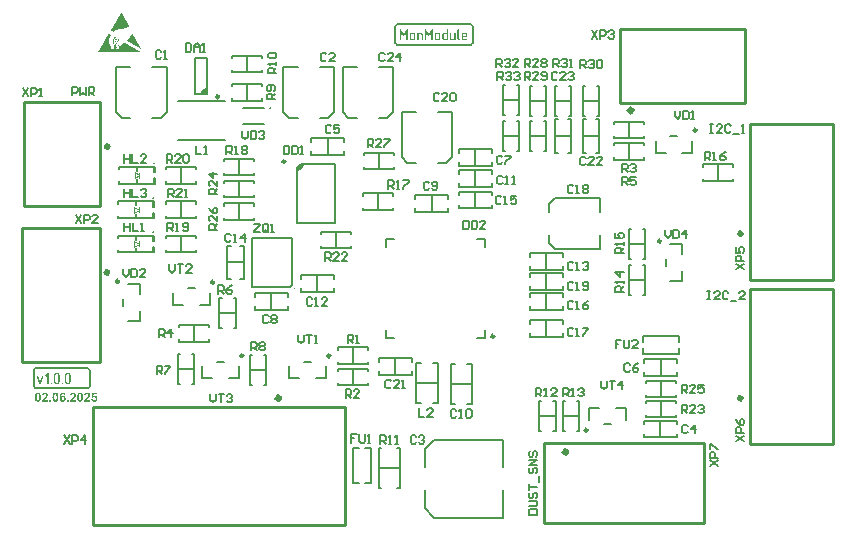
<source format=gto>
G04*
G04 #@! TF.GenerationSoftware,Altium Limited,Altium Designer,25.4.2 (15)*
G04*
G04 Layer_Color=65535*
%FSLAX44Y44*%
%MOMM*%
G71*
G04*
G04 #@! TF.SameCoordinates,49B81D0F-A9A4-424D-AE8F-31BE1D99DEBE*
G04*
G04*
G04 #@! TF.FilePolarity,Positive*
G04*
G01*
G75*
%ADD10C,0.1500*%
%ADD11C,0.2000*%
%ADD12C,0.2500*%
%ADD13C,0.4000*%
%ADD14C,0.1000*%
%ADD15C,0.5000*%
%ADD16C,0.2540*%
G36*
X91297Y444590D02*
X91440D01*
Y444303D01*
X91583D01*
Y444017D01*
X91727D01*
Y443873D01*
X91870D01*
Y443587D01*
X92013D01*
Y443300D01*
X92157D01*
Y443013D01*
X92300D01*
Y442870D01*
X92443D01*
Y442583D01*
X92587D01*
Y442297D01*
X92730D01*
Y442153D01*
X92873D01*
Y441867D01*
X93017D01*
Y441580D01*
X93160D01*
Y441293D01*
X93303D01*
Y441150D01*
X93447D01*
Y440863D01*
X93590D01*
Y440577D01*
X93733D01*
Y440290D01*
X93877D01*
Y440147D01*
X94020D01*
Y439860D01*
X94163D01*
Y439573D01*
X94307D01*
Y439287D01*
X94450D01*
Y439143D01*
X94593D01*
Y438857D01*
X94737D01*
Y438570D01*
X94880D01*
Y438427D01*
X95023D01*
Y438140D01*
X95167D01*
Y437853D01*
X95310D01*
Y437567D01*
X95453D01*
Y437423D01*
X95597D01*
Y437137D01*
X95740D01*
Y436850D01*
X95883D01*
Y436563D01*
X96027D01*
Y436420D01*
X96170D01*
Y436133D01*
X96313D01*
Y435847D01*
X96457D01*
Y435560D01*
X96600D01*
Y435417D01*
X96743D01*
Y435130D01*
X96887D01*
Y434843D01*
X97030D01*
Y434557D01*
X97173D01*
Y434413D01*
X97317D01*
Y434127D01*
X97460D01*
Y433840D01*
X97603D01*
Y433697D01*
X97747D01*
Y433410D01*
X97890D01*
Y433123D01*
X98033D01*
Y432837D01*
X97747D01*
Y432693D01*
X97603D01*
Y432550D01*
X97317D01*
Y432407D01*
X97030D01*
Y432263D01*
X96743D01*
Y432120D01*
X96457D01*
Y431977D01*
X96170D01*
Y431833D01*
X95740D01*
Y431690D01*
X95453D01*
Y431547D01*
X95023D01*
Y431403D01*
X94450D01*
Y431260D01*
X94020D01*
Y431117D01*
X93303D01*
Y430973D01*
X92587D01*
Y430830D01*
X91727D01*
Y430687D01*
X90723D01*
Y430543D01*
X89720D01*
Y430400D01*
X88717D01*
Y430257D01*
X88000D01*
Y430113D01*
X87283D01*
Y429970D01*
X86853D01*
Y429827D01*
X86423D01*
Y429683D01*
X86137D01*
Y429540D01*
X85850D01*
Y429397D01*
X85707D01*
Y429253D01*
X85563D01*
Y429110D01*
X85277D01*
Y428967D01*
X85133D01*
Y428823D01*
X84990D01*
Y428537D01*
X84847D01*
Y428393D01*
X84703D01*
Y428107D01*
X84560D01*
Y428250D01*
X84273D01*
Y428393D01*
X83987D01*
Y428537D01*
X83700D01*
Y428680D01*
X83557D01*
Y428823D01*
X83270D01*
Y428967D01*
X82983D01*
Y429110D01*
X82697D01*
Y429253D01*
X82553D01*
Y429397D01*
X82410D01*
Y429683D01*
X82553D01*
Y429827D01*
X82697D01*
Y430113D01*
X82840D01*
Y430400D01*
X82983D01*
Y430543D01*
X83127D01*
Y430830D01*
X83270D01*
Y431117D01*
X83413D01*
Y431403D01*
X83557D01*
Y431547D01*
X83700D01*
Y431833D01*
X83843D01*
Y432120D01*
X83987D01*
Y432407D01*
X84130D01*
Y432550D01*
X84273D01*
Y432837D01*
X84417D01*
Y433123D01*
X84560D01*
Y433410D01*
X84703D01*
Y433553D01*
X84847D01*
Y433840D01*
X84990D01*
Y434127D01*
X85133D01*
Y434270D01*
X85277D01*
Y434557D01*
X85420D01*
Y434843D01*
X85563D01*
Y435130D01*
X85707D01*
Y435273D01*
X85850D01*
Y435560D01*
X85993D01*
Y435847D01*
X86137D01*
Y436133D01*
X86280D01*
Y436277D01*
X86423D01*
Y436563D01*
X86567D01*
Y436850D01*
X86710D01*
Y436993D01*
X86853D01*
Y437280D01*
X86997D01*
Y437567D01*
X87140D01*
Y437853D01*
X87283D01*
Y437997D01*
X87427D01*
Y438283D01*
X87570D01*
Y438570D01*
X87713D01*
Y438857D01*
X87857D01*
Y439000D01*
X88000D01*
Y439287D01*
X88143D01*
Y439573D01*
X88287D01*
Y439860D01*
X88430D01*
Y440003D01*
X88573D01*
Y440290D01*
X88717D01*
Y440577D01*
X88860D01*
Y440720D01*
X89003D01*
Y441007D01*
X89147D01*
Y441293D01*
X89290D01*
Y441580D01*
X89433D01*
Y441723D01*
X89577D01*
Y442010D01*
X89720D01*
Y442297D01*
X89863D01*
Y442583D01*
X90007D01*
Y442727D01*
X90150D01*
Y443013D01*
X90293D01*
Y443300D01*
X90437D01*
Y443587D01*
X90580D01*
Y443730D01*
X90723D01*
Y444017D01*
X90867D01*
Y444303D01*
X91010D01*
Y444447D01*
X91153D01*
Y444733D01*
X91297D01*
Y444590D01*
D02*
G37*
G36*
X104493Y414600D02*
X104350D01*
Y414743D01*
X104493D01*
Y414600D01*
D02*
G37*
G36*
X100863Y426023D02*
X101007D01*
Y425880D01*
X101150D01*
Y425593D01*
X101293D01*
Y425307D01*
X101437D01*
Y425020D01*
X101580D01*
Y424877D01*
X101723D01*
Y424590D01*
X101867D01*
Y424303D01*
X102010D01*
Y424017D01*
X102153D01*
Y423873D01*
X102297D01*
Y423587D01*
X102440D01*
Y423300D01*
X102583D01*
Y423157D01*
X102727D01*
Y422870D01*
X102870D01*
Y422583D01*
X103013D01*
Y422297D01*
X103157D01*
Y422153D01*
X103300D01*
Y421867D01*
X103443D01*
Y421580D01*
X103587D01*
Y421293D01*
X103730D01*
Y421150D01*
X103873D01*
Y420863D01*
X104017D01*
Y420577D01*
X104160D01*
Y420290D01*
X104303D01*
Y420147D01*
X104447D01*
Y419860D01*
X104590D01*
Y419573D01*
X104733D01*
Y419430D01*
X104877D01*
Y419143D01*
X105020D01*
Y418857D01*
X105163D01*
Y418570D01*
X105307D01*
Y418427D01*
X105450D01*
Y418140D01*
X105593D01*
Y417853D01*
X105737D01*
Y417567D01*
X105880D01*
Y417423D01*
X106023D01*
Y417137D01*
X106167D01*
Y416850D01*
X106310D01*
Y416563D01*
X106453D01*
Y416420D01*
X106597D01*
Y416133D01*
X106740D01*
Y415847D01*
X106883D01*
Y415703D01*
X107027D01*
Y415417D01*
X107170D01*
Y415130D01*
X107313D01*
Y414843D01*
X107457D01*
Y414700D01*
X107600D01*
Y414413D01*
X107743D01*
Y414127D01*
X107887D01*
Y413840D01*
X107743D01*
Y413983D01*
X107457D01*
Y414127D01*
X107170D01*
Y414270D01*
X106883D01*
Y414413D01*
X106740D01*
Y414557D01*
X106453D01*
Y414700D01*
X106167D01*
Y414843D01*
X105880D01*
Y414987D01*
X105737D01*
Y415130D01*
X105450D01*
Y415273D01*
X105163D01*
Y415417D01*
X104877D01*
Y415560D01*
X104733D01*
Y415703D01*
X104447D01*
Y415847D01*
X104160D01*
Y415990D01*
X104017D01*
Y416133D01*
X103730D01*
Y416277D01*
X103443D01*
Y416420D01*
X103157D01*
Y416563D01*
X103013D01*
Y416707D01*
X102727D01*
Y416850D01*
X102440D01*
Y416993D01*
X102153D01*
Y417137D01*
X102010D01*
Y417280D01*
X101723D01*
Y417423D01*
X101437D01*
Y417567D01*
X101150D01*
Y417710D01*
X101007D01*
Y417853D01*
X100720D01*
Y417997D01*
X100433D01*
Y418140D01*
X100290D01*
Y418283D01*
X100003D01*
Y418427D01*
X99717D01*
Y418570D01*
X99430D01*
Y418713D01*
X99287D01*
Y418857D01*
X99000D01*
Y419000D01*
X98713D01*
Y419143D01*
X98427D01*
Y419287D01*
X98283D01*
Y419430D01*
X97997D01*
Y419573D01*
X97710D01*
Y419717D01*
X97567D01*
Y419860D01*
X97280D01*
Y420003D01*
X96993D01*
Y420147D01*
X96707D01*
Y420290D01*
X96563D01*
Y420433D01*
X96277D01*
Y420577D01*
X95990D01*
Y420720D01*
X95703D01*
Y421007D01*
X95847D01*
Y421150D01*
X95990D01*
Y421293D01*
X96133D01*
Y421437D01*
X96277D01*
Y421580D01*
X96420D01*
Y421723D01*
X96563D01*
Y421867D01*
X96707D01*
Y422010D01*
X96850D01*
Y422153D01*
X96993D01*
Y422297D01*
X97137D01*
Y422440D01*
X97280D01*
Y422583D01*
X97423D01*
Y422870D01*
X97567D01*
Y423013D01*
X97710D01*
Y423157D01*
X97853D01*
Y423300D01*
X97997D01*
Y423443D01*
X98140D01*
Y423587D01*
X98283D01*
Y423730D01*
X98427D01*
Y423873D01*
X98570D01*
Y424017D01*
X98713D01*
Y424160D01*
X98857D01*
Y424303D01*
X99000D01*
Y424447D01*
X99143D01*
Y424590D01*
X99287D01*
Y424877D01*
X99430D01*
Y425020D01*
X99573D01*
Y425163D01*
X99717D01*
Y425307D01*
X99860D01*
Y425450D01*
X100003D01*
Y425593D01*
X100147D01*
Y425737D01*
X100290D01*
Y425880D01*
X100433D01*
Y426023D01*
X100577D01*
Y426167D01*
X100720D01*
Y426310D01*
X100863D01*
Y426023D01*
D02*
G37*
G36*
X80757Y426640D02*
X80900D01*
Y426497D01*
X81187D01*
Y426353D01*
X81473D01*
Y426210D01*
X81760D01*
Y426067D01*
X81903D01*
Y425923D01*
X82190D01*
Y425780D01*
X82477D01*
Y425637D01*
X82620D01*
Y425350D01*
X82477D01*
Y425063D01*
X82333D01*
Y424920D01*
X82190D01*
Y424633D01*
X82047D01*
Y424347D01*
X81903D01*
Y424203D01*
X81760D01*
Y423917D01*
X81617D01*
Y423630D01*
X81473D01*
Y423487D01*
X81330D01*
Y423200D01*
X81187D01*
Y423057D01*
X81043D01*
Y422770D01*
X80900D01*
Y422627D01*
X80757D01*
Y422340D01*
X80613D01*
Y421910D01*
X80470D01*
Y421480D01*
X80613D01*
Y420763D01*
X80757D01*
Y420047D01*
X80900D01*
Y419473D01*
X81043D01*
Y418900D01*
X81187D01*
Y418183D01*
X81330D01*
Y417610D01*
X81473D01*
Y417180D01*
X81617D01*
Y416750D01*
X81760D01*
Y416607D01*
X81903D01*
Y416320D01*
X82047D01*
Y416177D01*
X83193D01*
Y416033D01*
X83337D01*
Y415747D01*
X83480D01*
Y415460D01*
X83623D01*
Y414887D01*
X83767D01*
Y414457D01*
X83910D01*
Y413883D01*
X84053D01*
Y413597D01*
X84197D01*
Y413453D01*
X84483D01*
Y413597D01*
X84627D01*
Y413740D01*
X84770D01*
Y414027D01*
X84913D01*
Y414313D01*
X85057D01*
Y414600D01*
X85200D01*
Y415173D01*
X85343D01*
Y416177D01*
X85200D01*
Y416750D01*
X85057D01*
Y417037D01*
X84913D01*
Y417323D01*
X84770D01*
Y417467D01*
X84627D01*
Y417610D01*
X84483D01*
Y417753D01*
X84340D01*
Y422053D01*
X84483D01*
Y422197D01*
X84627D01*
Y422483D01*
X84770D01*
Y422770D01*
X84913D01*
Y422913D01*
X85057D01*
Y423057D01*
X85200D01*
Y423343D01*
X85343D01*
Y423487D01*
X85487D01*
Y423630D01*
X85630D01*
Y423773D01*
X85917D01*
Y423630D01*
X86203D01*
Y423487D01*
X86347D01*
Y423343D01*
X86060D01*
Y423057D01*
X85917D01*
Y422913D01*
X85773D01*
Y422770D01*
X85630D01*
Y422627D01*
X85487D01*
Y422340D01*
X85343D01*
Y422197D01*
X85200D01*
Y422053D01*
X85057D01*
Y421910D01*
X84913D01*
Y421480D01*
X84770D01*
Y421050D01*
X84913D01*
Y418900D01*
X84770D01*
Y418183D01*
X84913D01*
Y417753D01*
X85057D01*
Y417467D01*
X85200D01*
Y417323D01*
X85630D01*
Y417467D01*
X85773D01*
Y417610D01*
X86060D01*
Y417897D01*
X86203D01*
Y418040D01*
X86347D01*
Y418470D01*
X86490D01*
Y419187D01*
X86347D01*
Y419617D01*
X86203D01*
Y419903D01*
X86060D01*
Y420190D01*
X85917D01*
Y420620D01*
X85773D01*
Y421480D01*
X85917D01*
Y421910D01*
X86060D01*
Y422197D01*
X86203D01*
Y422483D01*
X86347D01*
Y422627D01*
X86490D01*
Y422913D01*
X86633D01*
Y423057D01*
X86777D01*
Y423200D01*
X86920D01*
Y423057D01*
X87207D01*
Y422913D01*
X87350D01*
Y422770D01*
X87063D01*
Y422627D01*
X86920D01*
Y422483D01*
X86777D01*
Y422340D01*
X86633D01*
Y422053D01*
X86490D01*
Y421767D01*
X86347D01*
Y421193D01*
X86203D01*
Y420620D01*
X86347D01*
Y419903D01*
X86490D01*
Y419617D01*
X86633D01*
Y419330D01*
X86777D01*
Y419187D01*
X87207D01*
Y419473D01*
X87350D01*
Y420620D01*
X87207D01*
Y421337D01*
X87063D01*
Y421767D01*
X87207D01*
Y421910D01*
X87350D01*
Y422053D01*
X87493D01*
Y422197D01*
X87637D01*
Y422627D01*
X87923D01*
Y422483D01*
X88067D01*
Y422340D01*
X87923D01*
Y422197D01*
X87780D01*
Y422053D01*
X87637D01*
Y420477D01*
X87780D01*
Y420333D01*
X87923D01*
Y420190D01*
X88210D01*
Y420333D01*
X88353D01*
Y420477D01*
X88497D01*
Y421050D01*
X88353D01*
Y421337D01*
X88210D01*
Y421480D01*
X88353D01*
Y421767D01*
X88497D01*
Y422197D01*
X88640D01*
Y422053D01*
X88927D01*
Y421910D01*
X89213D01*
Y421767D01*
X89357D01*
Y421623D01*
X89643D01*
Y421480D01*
X89787D01*
Y421337D01*
X89643D01*
Y421050D01*
X89500D01*
Y420907D01*
X89357D01*
Y420763D01*
X89213D01*
Y420620D01*
X89070D01*
Y420477D01*
X88927D01*
Y420333D01*
X88783D01*
Y420190D01*
X88640D01*
Y420047D01*
X88497D01*
Y419903D01*
X88353D01*
Y419760D01*
X88210D01*
Y419617D01*
X88067D01*
Y419473D01*
X87923D01*
Y419330D01*
X87780D01*
Y419043D01*
X87637D01*
Y418900D01*
X87493D01*
Y418757D01*
X87350D01*
Y418613D01*
X87207D01*
Y418327D01*
X87063D01*
Y418183D01*
X86920D01*
Y417897D01*
X86777D01*
Y417467D01*
X86633D01*
Y416177D01*
X86490D01*
Y414743D01*
X86777D01*
Y414887D01*
X86920D01*
Y415173D01*
X87063D01*
Y415460D01*
X87207D01*
Y415603D01*
X87350D01*
Y415890D01*
X87493D01*
Y416033D01*
X87637D01*
Y416177D01*
X87780D01*
Y416320D01*
X87923D01*
Y416463D01*
X88067D01*
Y416607D01*
X88497D01*
Y416750D01*
X88927D01*
Y416607D01*
X89357D01*
Y416463D01*
X89500D01*
Y416320D01*
X89643D01*
Y416177D01*
X89787D01*
Y415890D01*
X90217D01*
Y416033D01*
X90360D01*
Y416177D01*
X90503D01*
Y416320D01*
X90647D01*
Y416463D01*
X90790D01*
Y416607D01*
X90933D01*
Y416893D01*
X91077D01*
Y417037D01*
X91220D01*
Y417180D01*
X91363D01*
Y417323D01*
X91507D01*
Y417467D01*
X91650D01*
Y417610D01*
X91793D01*
Y417753D01*
X91937D01*
Y417897D01*
X92080D01*
Y418040D01*
X92223D01*
Y418183D01*
X92367D01*
Y418327D01*
X92510D01*
Y418470D01*
X92653D01*
Y418613D01*
X92797D01*
Y418757D01*
X92940D01*
Y418900D01*
X93083D01*
Y419043D01*
X93227D01*
Y419187D01*
X93370D01*
Y419330D01*
X93657D01*
Y419187D01*
X93800D01*
Y419043D01*
X94087D01*
Y418900D01*
X94373D01*
Y418757D01*
X94660D01*
Y418613D01*
X94803D01*
Y418470D01*
X95090D01*
Y418327D01*
X95377D01*
Y418183D01*
X95663D01*
Y418040D01*
X95807D01*
Y417897D01*
X96093D01*
Y417753D01*
X96380D01*
Y417610D01*
X96667D01*
Y417467D01*
X96810D01*
Y417323D01*
X97097D01*
Y417180D01*
X97383D01*
Y417037D01*
X97527D01*
Y416893D01*
X97813D01*
Y416750D01*
X98100D01*
Y416607D01*
X98387D01*
Y416463D01*
X98530D01*
Y416320D01*
X98817D01*
Y416177D01*
X99103D01*
Y416033D01*
X99390D01*
Y415890D01*
X99533D01*
Y415747D01*
X99820D01*
Y415603D01*
X100107D01*
Y415460D01*
X100393D01*
Y415317D01*
X100537D01*
Y415173D01*
X100823D01*
Y415030D01*
X101110D01*
Y414887D01*
X101253D01*
Y414743D01*
X101540D01*
Y414600D01*
X101827D01*
Y414457D01*
X102113D01*
Y414313D01*
X102257D01*
Y414170D01*
X102543D01*
Y414027D01*
X102830D01*
Y413883D01*
X103117D01*
Y413740D01*
X103260D01*
Y413597D01*
X103547D01*
Y413453D01*
X103833D01*
Y413310D01*
X103977D01*
Y413167D01*
X104263D01*
Y413023D01*
X104550D01*
Y412880D01*
X104837D01*
Y412737D01*
X104980D01*
Y412593D01*
X105267D01*
Y412450D01*
X105553D01*
Y412307D01*
X105840D01*
Y412163D01*
X105983D01*
Y412020D01*
X106270D01*
Y411877D01*
X106557D01*
Y411733D01*
X106843D01*
Y411590D01*
X106987D01*
Y411447D01*
X107273D01*
Y411303D01*
X71727D01*
Y411590D01*
X71870D01*
Y411733D01*
X72013D01*
Y412020D01*
X72157D01*
Y412307D01*
X72300D01*
Y412450D01*
X72443D01*
Y412737D01*
X72587D01*
Y413023D01*
X72730D01*
Y413310D01*
X72873D01*
Y413453D01*
X73017D01*
Y413740D01*
X73160D01*
Y414027D01*
X73303D01*
Y414313D01*
X73447D01*
Y414457D01*
X73590D01*
Y414743D01*
X73733D01*
Y415030D01*
X73877D01*
Y415317D01*
X74020D01*
Y415460D01*
X74163D01*
Y415747D01*
X74307D01*
Y416033D01*
X74450D01*
Y416177D01*
X74593D01*
Y416463D01*
X74737D01*
Y416750D01*
X74880D01*
Y417037D01*
X75023D01*
Y417180D01*
X75167D01*
Y417467D01*
X75310D01*
Y417753D01*
X75453D01*
Y418040D01*
X75597D01*
Y418183D01*
X75740D01*
Y418470D01*
X75883D01*
Y418757D01*
X76027D01*
Y419043D01*
X76170D01*
Y419187D01*
X76313D01*
Y419473D01*
X76457D01*
Y419760D01*
X76600D01*
Y419903D01*
X76743D01*
Y420190D01*
X76887D01*
Y420477D01*
X77030D01*
Y420763D01*
X77173D01*
Y420907D01*
X77317D01*
Y421193D01*
X77460D01*
Y421480D01*
X77603D01*
Y421767D01*
X77747D01*
Y421910D01*
X77890D01*
Y422197D01*
X78033D01*
Y422483D01*
X78177D01*
Y422770D01*
X78320D01*
Y422913D01*
X78463D01*
Y423200D01*
X78607D01*
Y423487D01*
X78750D01*
Y423630D01*
X78893D01*
Y423917D01*
X79037D01*
Y424203D01*
X79180D01*
Y424490D01*
X79323D01*
Y424633D01*
X79467D01*
Y424920D01*
X79610D01*
Y425207D01*
X79753D01*
Y425493D01*
X79897D01*
Y425637D01*
X80040D01*
Y425923D01*
X80183D01*
Y426210D01*
X80327D01*
Y426497D01*
X80470D01*
Y426640D01*
X80613D01*
Y426783D01*
X80757D01*
Y426640D01*
D02*
G37*
G36*
X164000Y375500D02*
X159000D01*
Y377000D01*
X162000Y380000D01*
X164000D01*
Y375500D01*
D02*
G37*
G36*
X245000Y315005D02*
X244239Y313168D01*
X242832Y311761D01*
X240994Y311000D01*
X240000D01*
X243000Y316000D01*
X245000D01*
Y315005D01*
D02*
G37*
G36*
X41853Y122859D02*
X41931D01*
X42020Y122848D01*
X42220Y122803D01*
X42442Y122748D01*
X42686Y122659D01*
X42930Y122537D01*
X43041Y122459D01*
X43152Y122370D01*
X43163D01*
X43174Y122348D01*
X43208Y122315D01*
X43241Y122282D01*
X43296Y122226D01*
X43341Y122170D01*
X43463Y122015D01*
X43585Y121804D01*
X43707Y121560D01*
X43818Y121283D01*
X43896Y120949D01*
X42475Y120794D01*
Y120816D01*
X42464Y120861D01*
X42442Y120938D01*
X42420Y121038D01*
X42386Y121138D01*
X42331Y121249D01*
X42275Y121349D01*
X42198Y121438D01*
X42186Y121449D01*
X42153Y121471D01*
X42109Y121504D01*
X42042Y121549D01*
X41965Y121582D01*
X41865Y121615D01*
X41743Y121638D01*
X41620Y121649D01*
X41598D01*
X41543Y121638D01*
X41454Y121627D01*
X41343Y121593D01*
X41221Y121549D01*
X41088Y121471D01*
X40954Y121371D01*
X40832Y121227D01*
X40821Y121205D01*
X40799Y121183D01*
X40777Y121138D01*
X40755Y121094D01*
X40721Y121027D01*
X40699Y120949D01*
X40666Y120850D01*
X40621Y120739D01*
X40588Y120617D01*
X40555Y120472D01*
X40521Y120317D01*
X40488Y120139D01*
X40466Y119939D01*
X40444Y119717D01*
X40422Y119484D01*
X40433Y119495D01*
X40444Y119518D01*
X40477Y119540D01*
X40521Y119584D01*
X40577Y119640D01*
X40644Y119695D01*
X40799Y119817D01*
X40999Y119928D01*
X41232Y120039D01*
X41365Y120084D01*
X41498Y120106D01*
X41643Y120128D01*
X41798Y120139D01*
X41887D01*
X41953Y120128D01*
X42031Y120117D01*
X42120Y120106D01*
X42231Y120084D01*
X42342Y120050D01*
X42586Y119962D01*
X42719Y119906D01*
X42852Y119839D01*
X42986Y119762D01*
X43119Y119662D01*
X43252Y119551D01*
X43374Y119429D01*
X43385Y119418D01*
X43407Y119396D01*
X43441Y119362D01*
X43474Y119307D01*
X43530Y119229D01*
X43585Y119151D01*
X43640Y119051D01*
X43707Y118940D01*
X43774Y118818D01*
X43829Y118674D01*
X43885Y118530D01*
X43940Y118363D01*
X43973Y118197D01*
X44007Y118008D01*
X44029Y117819D01*
X44040Y117608D01*
Y117597D01*
Y117553D01*
Y117498D01*
X44029Y117409D01*
X44018Y117309D01*
X44007Y117198D01*
X43985Y117065D01*
X43951Y116931D01*
X43874Y116621D01*
X43818Y116465D01*
X43740Y116310D01*
X43663Y116154D01*
X43574Y115999D01*
X43463Y115844D01*
X43341Y115710D01*
X43330Y115699D01*
X43307Y115677D01*
X43274Y115644D01*
X43219Y115599D01*
X43152Y115544D01*
X43063Y115488D01*
X42975Y115422D01*
X42863Y115355D01*
X42741Y115289D01*
X42608Y115222D01*
X42464Y115167D01*
X42298Y115111D01*
X42131Y115067D01*
X41953Y115033D01*
X41765Y115011D01*
X41565Y115000D01*
X41509D01*
X41454Y115011D01*
X41376D01*
X41276Y115033D01*
X41154Y115044D01*
X41032Y115078D01*
X40888Y115111D01*
X40743Y115155D01*
X40588Y115222D01*
X40422Y115289D01*
X40266Y115377D01*
X40100Y115477D01*
X39944Y115599D01*
X39789Y115744D01*
X39645Y115899D01*
X39634Y115910D01*
X39611Y115943D01*
X39578Y115999D01*
X39534Y116077D01*
X39467Y116177D01*
X39411Y116299D01*
X39345Y116443D01*
X39278Y116609D01*
X39201Y116809D01*
X39134Y117020D01*
X39079Y117264D01*
X39023Y117542D01*
X38967Y117830D01*
X38934Y118152D01*
X38912Y118496D01*
X38901Y118874D01*
Y118885D01*
Y118896D01*
Y118929D01*
Y118963D01*
Y119074D01*
X38912Y119218D01*
X38923Y119396D01*
X38945Y119595D01*
X38967Y119817D01*
X39001Y120050D01*
X39034Y120295D01*
X39090Y120550D01*
X39156Y120805D01*
X39234Y121060D01*
X39323Y121294D01*
X39423Y121527D01*
X39545Y121738D01*
X39678Y121926D01*
X39689Y121937D01*
X39711Y121971D01*
X39756Y122015D01*
X39822Y122071D01*
X39900Y122148D01*
X39989Y122226D01*
X40100Y122315D01*
X40222Y122404D01*
X40366Y122481D01*
X40510Y122570D01*
X40688Y122648D01*
X40866Y122725D01*
X41054Y122781D01*
X41265Y122825D01*
X41476Y122859D01*
X41709Y122870D01*
X41798D01*
X41853Y122859D01*
D02*
G37*
G36*
X70624Y121349D02*
X67838D01*
X67605Y120039D01*
X67616D01*
X67627Y120050D01*
X67694Y120084D01*
X67794Y120117D01*
X67916Y120173D01*
X68071Y120217D01*
X68238Y120250D01*
X68426Y120283D01*
X68615Y120295D01*
X68715D01*
X68782Y120283D01*
X68859Y120272D01*
X68959Y120261D01*
X69070Y120239D01*
X69192Y120206D01*
X69448Y120117D01*
X69592Y120062D01*
X69725Y119995D01*
X69869Y119906D01*
X70014Y119806D01*
X70147Y119695D01*
X70280Y119573D01*
X70291Y119562D01*
X70313Y119540D01*
X70347Y119495D01*
X70391Y119440D01*
X70435Y119373D01*
X70502Y119284D01*
X70557Y119185D01*
X70624Y119074D01*
X70691Y118952D01*
X70746Y118807D01*
X70813Y118652D01*
X70857Y118496D01*
X70902Y118319D01*
X70935Y118130D01*
X70957Y117930D01*
X70968Y117719D01*
Y117708D01*
Y117675D01*
Y117631D01*
X70957Y117564D01*
Y117475D01*
X70935Y117375D01*
X70924Y117264D01*
X70902Y117153D01*
X70835Y116887D01*
X70735Y116598D01*
X70669Y116443D01*
X70602Y116299D01*
X70513Y116154D01*
X70413Y116010D01*
X70402Y115999D01*
X70380Y115966D01*
X70335Y115921D01*
X70280Y115855D01*
X70202Y115777D01*
X70103Y115688D01*
X69991Y115599D01*
X69869Y115511D01*
X69725Y115411D01*
X69570Y115322D01*
X69403Y115233D01*
X69215Y115155D01*
X69015Y115089D01*
X68804Y115044D01*
X68571Y115011D01*
X68327Y115000D01*
X68227D01*
X68149Y115011D01*
X68060Y115022D01*
X67949Y115033D01*
X67838Y115044D01*
X67705Y115067D01*
X67439Y115133D01*
X67139Y115244D01*
X66995Y115300D01*
X66850Y115377D01*
X66717Y115466D01*
X66584Y115566D01*
X66573Y115577D01*
X66550Y115588D01*
X66517Y115622D01*
X66473Y115666D01*
X66428Y115733D01*
X66362Y115799D01*
X66306Y115877D01*
X66240Y115966D01*
X66162Y116077D01*
X66095Y116188D01*
X65973Y116454D01*
X65862Y116754D01*
X65829Y116920D01*
X65796Y117098D01*
X67261Y117253D01*
Y117231D01*
X67272Y117176D01*
X67294Y117076D01*
X67327Y116965D01*
X67372Y116843D01*
X67439Y116709D01*
X67527Y116587D01*
X67627Y116465D01*
X67638Y116454D01*
X67683Y116421D01*
X67749Y116376D01*
X67838Y116321D01*
X67938Y116265D01*
X68060Y116221D01*
X68204Y116188D01*
X68349Y116177D01*
X68371D01*
X68426Y116188D01*
X68515Y116199D01*
X68626Y116221D01*
X68748Y116265D01*
X68882Y116332D01*
X69015Y116432D01*
X69137Y116554D01*
X69148Y116576D01*
X69192Y116621D01*
X69237Y116709D01*
X69303Y116843D01*
X69359Y116998D01*
X69414Y117187D01*
X69448Y117420D01*
X69459Y117686D01*
Y117697D01*
Y117719D01*
Y117753D01*
Y117808D01*
X69448Y117930D01*
X69414Y118086D01*
X69381Y118263D01*
X69325Y118441D01*
X69248Y118607D01*
X69137Y118752D01*
X69126Y118763D01*
X69081Y118807D01*
X69004Y118863D01*
X68915Y118940D01*
X68793Y119007D01*
X68648Y119062D01*
X68482Y119107D01*
X68304Y119118D01*
X68238D01*
X68193Y119107D01*
X68082Y119085D01*
X67927Y119051D01*
X67749Y118985D01*
X67561Y118885D01*
X67461Y118818D01*
X67361Y118741D01*
X67261Y118652D01*
X67161Y118552D01*
X65973Y118718D01*
X66728Y122725D01*
X70624D01*
Y121349D01*
D02*
G37*
G36*
X62521Y122859D02*
X62621Y122848D01*
X62732Y122837D01*
X62854Y122814D01*
X62987Y122792D01*
X63276Y122714D01*
X63565Y122603D01*
X63720Y122537D01*
X63853Y122459D01*
X63998Y122359D01*
X64120Y122248D01*
X64131Y122237D01*
X64153Y122226D01*
X64175Y122182D01*
X64220Y122137D01*
X64275Y122082D01*
X64331Y122004D01*
X64386Y121926D01*
X64453Y121826D01*
X64564Y121604D01*
X64675Y121349D01*
X64719Y121205D01*
X64741Y121049D01*
X64763Y120883D01*
X64774Y120716D01*
Y120694D01*
Y120628D01*
X64763Y120528D01*
X64752Y120406D01*
X64730Y120250D01*
X64697Y120084D01*
X64652Y119906D01*
X64586Y119728D01*
X64575Y119706D01*
X64553Y119651D01*
X64508Y119551D01*
X64442Y119429D01*
X64364Y119284D01*
X64264Y119118D01*
X64142Y118940D01*
X63998Y118752D01*
X63987Y118741D01*
X63942Y118685D01*
X63875Y118607D01*
X63776Y118496D01*
X63642Y118363D01*
X63476Y118186D01*
X63276Y117997D01*
X63032Y117764D01*
X63021Y117753D01*
X62999Y117742D01*
X62965Y117708D01*
X62921Y117664D01*
X62799Y117553D01*
X62655Y117420D01*
X62510Y117275D01*
X62366Y117131D01*
X62233Y117009D01*
X62188Y116954D01*
X62144Y116909D01*
X62133Y116898D01*
X62111Y116876D01*
X62077Y116832D01*
X62033Y116776D01*
X61933Y116654D01*
X61844Y116510D01*
X64774D01*
Y115144D01*
X59613D01*
Y115155D01*
Y115178D01*
X59624Y115222D01*
X59635Y115278D01*
X59646Y115344D01*
X59658Y115422D01*
X59702Y115622D01*
X59769Y115844D01*
X59857Y116088D01*
X59968Y116354D01*
X60113Y116609D01*
Y116621D01*
X60135Y116643D01*
X60157Y116687D01*
X60201Y116732D01*
X60246Y116809D01*
X60312Y116887D01*
X60390Y116987D01*
X60479Y117098D01*
X60579Y117231D01*
X60701Y117364D01*
X60834Y117520D01*
X60989Y117686D01*
X61156Y117853D01*
X61345Y118041D01*
X61544Y118241D01*
X61767Y118452D01*
X61778Y118463D01*
X61811Y118496D01*
X61855Y118541D01*
X61922Y118607D01*
X62011Y118674D01*
X62099Y118763D01*
X62299Y118963D01*
X62499Y119173D01*
X62699Y119384D01*
X62788Y119473D01*
X62877Y119573D01*
X62943Y119651D01*
X62987Y119717D01*
X62999Y119740D01*
X63032Y119795D01*
X63087Y119884D01*
X63143Y120006D01*
X63198Y120139D01*
X63254Y120295D01*
X63287Y120450D01*
X63298Y120617D01*
Y120628D01*
Y120639D01*
Y120694D01*
X63287Y120794D01*
X63265Y120905D01*
X63232Y121027D01*
X63187Y121149D01*
X63121Y121271D01*
X63032Y121382D01*
X63021Y121393D01*
X62987Y121427D01*
X62921Y121471D01*
X62843Y121516D01*
X62732Y121560D01*
X62610Y121604D01*
X62466Y121638D01*
X62299Y121649D01*
X62222D01*
X62133Y121638D01*
X62033Y121615D01*
X61911Y121582D01*
X61789Y121527D01*
X61667Y121460D01*
X61556Y121371D01*
X61544Y121360D01*
X61511Y121316D01*
X61467Y121249D01*
X61422Y121149D01*
X61367Y121027D01*
X61322Y120861D01*
X61278Y120672D01*
X61256Y120450D01*
X59791Y120594D01*
Y120605D01*
X59802Y120650D01*
Y120705D01*
X59824Y120794D01*
X59835Y120894D01*
X59868Y121005D01*
X59902Y121127D01*
X59935Y121271D01*
X60046Y121549D01*
X60179Y121838D01*
X60268Y121982D01*
X60368Y122115D01*
X60479Y122226D01*
X60601Y122337D01*
X60612Y122348D01*
X60634Y122359D01*
X60668Y122381D01*
X60723Y122426D01*
X60790Y122459D01*
X60879Y122503D01*
X60967Y122559D01*
X61078Y122603D01*
X61200Y122659D01*
X61334Y122703D01*
X61622Y122792D01*
X61966Y122848D01*
X62144Y122859D01*
X62333Y122870D01*
X62444D01*
X62521Y122859D01*
D02*
G37*
G36*
X50578D02*
X50678Y122848D01*
X50789Y122837D01*
X50911Y122814D01*
X51044Y122792D01*
X51333Y122714D01*
X51621Y122603D01*
X51777Y122537D01*
X51910Y122459D01*
X52054Y122359D01*
X52176Y122248D01*
X52187Y122237D01*
X52210Y122226D01*
X52232Y122182D01*
X52276Y122137D01*
X52332Y122082D01*
X52387Y122004D01*
X52443Y121926D01*
X52509Y121826D01*
X52620Y121604D01*
X52731Y121349D01*
X52776Y121205D01*
X52798Y121049D01*
X52820Y120883D01*
X52831Y120716D01*
Y120694D01*
Y120628D01*
X52820Y120528D01*
X52809Y120406D01*
X52787Y120250D01*
X52754Y120084D01*
X52709Y119906D01*
X52642Y119728D01*
X52631Y119706D01*
X52609Y119651D01*
X52565Y119551D01*
X52498Y119429D01*
X52421Y119284D01*
X52321Y119118D01*
X52199Y118940D01*
X52054Y118752D01*
X52043Y118741D01*
X51999Y118685D01*
X51932Y118607D01*
X51832Y118496D01*
X51699Y118363D01*
X51533Y118186D01*
X51333Y117997D01*
X51089Y117764D01*
X51077Y117753D01*
X51055Y117742D01*
X51022Y117708D01*
X50978Y117664D01*
X50855Y117553D01*
X50711Y117420D01*
X50567Y117275D01*
X50423Y117131D01*
X50289Y117009D01*
X50245Y116954D01*
X50201Y116909D01*
X50189Y116898D01*
X50167Y116876D01*
X50134Y116832D01*
X50090Y116776D01*
X49990Y116654D01*
X49901Y116510D01*
X52831D01*
Y115144D01*
X47670D01*
Y115155D01*
Y115178D01*
X47681Y115222D01*
X47692Y115278D01*
X47703Y115344D01*
X47714Y115422D01*
X47759Y115622D01*
X47825Y115844D01*
X47914Y116088D01*
X48025Y116354D01*
X48169Y116609D01*
Y116621D01*
X48191Y116643D01*
X48214Y116687D01*
X48258Y116732D01*
X48302Y116809D01*
X48369Y116887D01*
X48447Y116987D01*
X48535Y117098D01*
X48635Y117231D01*
X48758Y117364D01*
X48891Y117520D01*
X49046Y117686D01*
X49213Y117853D01*
X49401Y118041D01*
X49601Y118241D01*
X49823Y118452D01*
X49834Y118463D01*
X49868Y118496D01*
X49912Y118541D01*
X49978Y118607D01*
X50067Y118674D01*
X50156Y118763D01*
X50356Y118963D01*
X50556Y119173D01*
X50756Y119384D01*
X50844Y119473D01*
X50933Y119573D01*
X51000Y119651D01*
X51044Y119717D01*
X51055Y119740D01*
X51089Y119795D01*
X51144Y119884D01*
X51199Y120006D01*
X51255Y120139D01*
X51311Y120295D01*
X51344Y120450D01*
X51355Y120617D01*
Y120628D01*
Y120639D01*
Y120694D01*
X51344Y120794D01*
X51322Y120905D01*
X51288Y121027D01*
X51244Y121149D01*
X51177Y121271D01*
X51089Y121382D01*
X51077Y121393D01*
X51044Y121427D01*
X50978Y121471D01*
X50900Y121516D01*
X50789Y121560D01*
X50667Y121604D01*
X50522Y121638D01*
X50356Y121649D01*
X50278D01*
X50189Y121638D01*
X50090Y121615D01*
X49967Y121582D01*
X49845Y121527D01*
X49723Y121460D01*
X49612Y121371D01*
X49601Y121360D01*
X49568Y121316D01*
X49523Y121249D01*
X49479Y121149D01*
X49423Y121027D01*
X49379Y120861D01*
X49335Y120672D01*
X49313Y120450D01*
X47847Y120594D01*
Y120605D01*
X47859Y120650D01*
Y120705D01*
X47881Y120794D01*
X47892Y120894D01*
X47925Y121005D01*
X47958Y121127D01*
X47992Y121271D01*
X48103Y121549D01*
X48236Y121838D01*
X48325Y121982D01*
X48425Y122115D01*
X48535Y122226D01*
X48658Y122337D01*
X48669Y122348D01*
X48691Y122359D01*
X48724Y122381D01*
X48780Y122426D01*
X48846Y122459D01*
X48935Y122503D01*
X49024Y122559D01*
X49135Y122603D01*
X49257Y122659D01*
X49390Y122703D01*
X49679Y122792D01*
X50023Y122848D01*
X50201Y122859D01*
X50389Y122870D01*
X50500D01*
X50578Y122859D01*
D02*
G37*
G36*
X46660Y115144D02*
X45183D01*
Y116621D01*
X46660D01*
Y115144D01*
D02*
G37*
G36*
X31730D02*
X30254D01*
Y116621D01*
X31730D01*
Y115144D01*
D02*
G37*
G36*
X26691Y122859D02*
X26791Y122848D01*
X26902Y122837D01*
X27024Y122814D01*
X27157Y122792D01*
X27446Y122714D01*
X27734Y122603D01*
X27890Y122537D01*
X28023Y122459D01*
X28167Y122359D01*
X28289Y122248D01*
X28301Y122237D01*
X28323Y122226D01*
X28345Y122182D01*
X28389Y122137D01*
X28445Y122082D01*
X28500Y122004D01*
X28556Y121926D01*
X28623Y121826D01*
X28733Y121604D01*
X28844Y121349D01*
X28889Y121205D01*
X28911Y121049D01*
X28933Y120883D01*
X28944Y120716D01*
Y120694D01*
Y120628D01*
X28933Y120528D01*
X28922Y120406D01*
X28900Y120250D01*
X28867Y120084D01*
X28822Y119906D01*
X28756Y119728D01*
X28745Y119706D01*
X28722Y119651D01*
X28678Y119551D01*
X28611Y119429D01*
X28534Y119284D01*
X28434Y119118D01*
X28312Y118940D01*
X28167Y118752D01*
X28156Y118741D01*
X28112Y118685D01*
X28045Y118607D01*
X27945Y118496D01*
X27812Y118363D01*
X27646Y118186D01*
X27446Y117997D01*
X27202Y117764D01*
X27191Y117753D01*
X27168Y117742D01*
X27135Y117708D01*
X27091Y117664D01*
X26969Y117553D01*
X26824Y117420D01*
X26680Y117275D01*
X26536Y117131D01*
X26402Y117009D01*
X26358Y116954D01*
X26314Y116909D01*
X26303Y116898D01*
X26280Y116876D01*
X26247Y116832D01*
X26203Y116776D01*
X26103Y116654D01*
X26014Y116510D01*
X28944D01*
Y115144D01*
X23783D01*
Y115155D01*
Y115178D01*
X23794Y115222D01*
X23805Y115278D01*
X23816Y115344D01*
X23827Y115422D01*
X23872Y115622D01*
X23938Y115844D01*
X24027Y116088D01*
X24138Y116354D01*
X24283Y116609D01*
Y116621D01*
X24305Y116643D01*
X24327Y116687D01*
X24371Y116732D01*
X24416Y116809D01*
X24482Y116887D01*
X24560Y116987D01*
X24649Y117098D01*
X24749Y117231D01*
X24871Y117364D01*
X25004Y117520D01*
X25159Y117686D01*
X25326Y117853D01*
X25515Y118041D01*
X25714Y118241D01*
X25936Y118452D01*
X25947Y118463D01*
X25981Y118496D01*
X26025Y118541D01*
X26092Y118607D01*
X26181Y118674D01*
X26269Y118763D01*
X26469Y118963D01*
X26669Y119173D01*
X26869Y119384D01*
X26957Y119473D01*
X27046Y119573D01*
X27113Y119651D01*
X27157Y119717D01*
X27168Y119740D01*
X27202Y119795D01*
X27257Y119884D01*
X27313Y120006D01*
X27368Y120139D01*
X27424Y120295D01*
X27457Y120450D01*
X27468Y120617D01*
Y120628D01*
Y120639D01*
Y120694D01*
X27457Y120794D01*
X27435Y120905D01*
X27401Y121027D01*
X27357Y121149D01*
X27290Y121271D01*
X27202Y121382D01*
X27191Y121393D01*
X27157Y121427D01*
X27091Y121471D01*
X27013Y121516D01*
X26902Y121560D01*
X26780Y121604D01*
X26636Y121638D01*
X26469Y121649D01*
X26391D01*
X26303Y121638D01*
X26203Y121615D01*
X26081Y121582D01*
X25958Y121527D01*
X25836Y121460D01*
X25726Y121371D01*
X25714Y121360D01*
X25681Y121316D01*
X25637Y121249D01*
X25592Y121149D01*
X25537Y121027D01*
X25492Y120861D01*
X25448Y120672D01*
X25426Y120450D01*
X23961Y120594D01*
Y120605D01*
X23972Y120650D01*
Y120705D01*
X23994Y120794D01*
X24005Y120894D01*
X24038Y121005D01*
X24072Y121127D01*
X24105Y121271D01*
X24216Y121549D01*
X24349Y121838D01*
X24438Y121982D01*
X24538Y122115D01*
X24649Y122226D01*
X24771Y122337D01*
X24782Y122348D01*
X24804Y122359D01*
X24838Y122381D01*
X24893Y122426D01*
X24960Y122459D01*
X25048Y122503D01*
X25137Y122559D01*
X25248Y122603D01*
X25370Y122659D01*
X25503Y122703D01*
X25792Y122792D01*
X26136Y122848D01*
X26314Y122859D01*
X26502Y122870D01*
X26613D01*
X26691Y122859D01*
D02*
G37*
G36*
X56505D02*
X56594Y122848D01*
X56705Y122825D01*
X56816Y122803D01*
X56949Y122770D01*
X57094Y122725D01*
X57227Y122670D01*
X57371Y122614D01*
X57515Y122537D01*
X57660Y122437D01*
X57804Y122337D01*
X57937Y122215D01*
X58059Y122071D01*
X58070Y122059D01*
X58092Y122026D01*
X58126Y121971D01*
X58181Y121893D01*
X58237Y121782D01*
X58303Y121649D01*
X58370Y121504D01*
X58437Y121316D01*
X58503Y121116D01*
X58581Y120883D01*
X58636Y120628D01*
X58692Y120339D01*
X58747Y120028D01*
X58781Y119695D01*
X58803Y119329D01*
X58814Y118929D01*
Y118918D01*
Y118907D01*
Y118874D01*
Y118829D01*
Y118718D01*
X58803Y118574D01*
X58792Y118397D01*
X58770Y118186D01*
X58747Y117964D01*
X58725Y117719D01*
X58681Y117464D01*
X58625Y117198D01*
X58570Y116943D01*
X58492Y116687D01*
X58414Y116432D01*
X58303Y116199D01*
X58192Y115977D01*
X58059Y115788D01*
X58048Y115777D01*
X58026Y115755D01*
X57993Y115710D01*
X57948Y115666D01*
X57882Y115611D01*
X57804Y115544D01*
X57704Y115466D01*
X57604Y115400D01*
X57482Y115322D01*
X57360Y115244D01*
X57216Y115178D01*
X57060Y115122D01*
X56894Y115078D01*
X56705Y115033D01*
X56516Y115011D01*
X56316Y115000D01*
X56272D01*
X56206Y115011D01*
X56128D01*
X56039Y115022D01*
X55928Y115044D01*
X55806Y115067D01*
X55673Y115111D01*
X55528Y115155D01*
X55384Y115211D01*
X55229Y115278D01*
X55084Y115366D01*
X54929Y115455D01*
X54785Y115577D01*
X54640Y115699D01*
X54507Y115855D01*
X54496Y115866D01*
X54474Y115899D01*
X54441Y115955D01*
X54407Y116021D01*
X54352Y116121D01*
X54296Y116243D01*
X54230Y116399D01*
X54174Y116565D01*
X54108Y116765D01*
X54041Y116987D01*
X53986Y117242D01*
X53941Y117520D01*
X53897Y117830D01*
X53863Y118174D01*
X53841Y118541D01*
X53830Y118940D01*
Y118952D01*
Y118963D01*
Y118996D01*
Y119040D01*
Y119151D01*
X53841Y119296D01*
X53852Y119473D01*
X53875Y119684D01*
X53897Y119906D01*
X53919Y120150D01*
X53963Y120406D01*
X54008Y120661D01*
X54074Y120927D01*
X54141Y121183D01*
X54230Y121427D01*
X54330Y121660D01*
X54441Y121882D01*
X54574Y122071D01*
X54585Y122082D01*
X54607Y122104D01*
X54640Y122148D01*
X54696Y122193D01*
X54751Y122259D01*
X54829Y122326D01*
X54929Y122393D01*
X55029Y122470D01*
X55151Y122548D01*
X55273Y122614D01*
X55417Y122681D01*
X55573Y122748D01*
X55739Y122792D01*
X55928Y122837D01*
X56117Y122859D01*
X56316Y122870D01*
X56427D01*
X56505Y122859D01*
D02*
G37*
G36*
X35604D02*
X35693Y122848D01*
X35804Y122825D01*
X35915Y122803D01*
X36048Y122770D01*
X36193Y122725D01*
X36326Y122670D01*
X36470Y122614D01*
X36614Y122537D01*
X36759Y122437D01*
X36903Y122337D01*
X37036Y122215D01*
X37158Y122071D01*
X37169Y122059D01*
X37192Y122026D01*
X37225Y121971D01*
X37280Y121893D01*
X37336Y121782D01*
X37402Y121649D01*
X37469Y121504D01*
X37536Y121316D01*
X37602Y121116D01*
X37680Y120883D01*
X37735Y120628D01*
X37791Y120339D01*
X37846Y120028D01*
X37880Y119695D01*
X37902Y119329D01*
X37913Y118929D01*
Y118918D01*
Y118907D01*
Y118874D01*
Y118829D01*
Y118718D01*
X37902Y118574D01*
X37891Y118397D01*
X37869Y118186D01*
X37846Y117964D01*
X37824Y117719D01*
X37780Y117464D01*
X37724Y117198D01*
X37669Y116943D01*
X37591Y116687D01*
X37513Y116432D01*
X37402Y116199D01*
X37291Y115977D01*
X37158Y115788D01*
X37147Y115777D01*
X37125Y115755D01*
X37092Y115710D01*
X37047Y115666D01*
X36981Y115611D01*
X36903Y115544D01*
X36803Y115466D01*
X36703Y115400D01*
X36581Y115322D01*
X36459Y115244D01*
X36315Y115178D01*
X36159Y115122D01*
X35993Y115078D01*
X35804Y115033D01*
X35615Y115011D01*
X35416Y115000D01*
X35371D01*
X35305Y115011D01*
X35227D01*
X35138Y115022D01*
X35027Y115044D01*
X34905Y115067D01*
X34772Y115111D01*
X34627Y115155D01*
X34483Y115211D01*
X34328Y115278D01*
X34183Y115366D01*
X34028Y115455D01*
X33884Y115577D01*
X33740Y115699D01*
X33606Y115855D01*
X33595Y115866D01*
X33573Y115899D01*
X33540Y115955D01*
X33506Y116021D01*
X33451Y116121D01*
X33395Y116243D01*
X33329Y116399D01*
X33273Y116565D01*
X33207Y116765D01*
X33140Y116987D01*
X33085Y117242D01*
X33040Y117520D01*
X32996Y117830D01*
X32963Y118174D01*
X32940Y118541D01*
X32929Y118940D01*
Y118952D01*
Y118963D01*
Y118996D01*
Y119040D01*
Y119151D01*
X32940Y119296D01*
X32951Y119473D01*
X32974Y119684D01*
X32996Y119906D01*
X33018Y120150D01*
X33062Y120406D01*
X33107Y120661D01*
X33173Y120927D01*
X33240Y121183D01*
X33329Y121427D01*
X33429Y121660D01*
X33540Y121882D01*
X33673Y122071D01*
X33684Y122082D01*
X33706Y122104D01*
X33740Y122148D01*
X33795Y122193D01*
X33851Y122259D01*
X33928Y122326D01*
X34028Y122393D01*
X34128Y122470D01*
X34250Y122548D01*
X34372Y122614D01*
X34516Y122681D01*
X34672Y122748D01*
X34838Y122792D01*
X35027Y122837D01*
X35216Y122859D01*
X35416Y122870D01*
X35527D01*
X35604Y122859D01*
D02*
G37*
G36*
X20675D02*
X20764Y122848D01*
X20875Y122825D01*
X20986Y122803D01*
X21119Y122770D01*
X21263Y122725D01*
X21397Y122670D01*
X21541Y122614D01*
X21685Y122537D01*
X21829Y122437D01*
X21974Y122337D01*
X22107Y122215D01*
X22229Y122071D01*
X22240Y122059D01*
X22262Y122026D01*
X22296Y121971D01*
X22351Y121893D01*
X22407Y121782D01*
X22473Y121649D01*
X22540Y121504D01*
X22606Y121316D01*
X22673Y121116D01*
X22751Y120883D01*
X22806Y120628D01*
X22862Y120339D01*
X22917Y120028D01*
X22950Y119695D01*
X22973Y119329D01*
X22984Y118929D01*
Y118918D01*
Y118907D01*
Y118874D01*
Y118829D01*
Y118718D01*
X22973Y118574D01*
X22962Y118397D01*
X22939Y118186D01*
X22917Y117964D01*
X22895Y117719D01*
X22851Y117464D01*
X22795Y117198D01*
X22740Y116943D01*
X22662Y116687D01*
X22584Y116432D01*
X22473Y116199D01*
X22362Y115977D01*
X22229Y115788D01*
X22218Y115777D01*
X22196Y115755D01*
X22162Y115710D01*
X22118Y115666D01*
X22051Y115611D01*
X21974Y115544D01*
X21874Y115466D01*
X21774Y115400D01*
X21652Y115322D01*
X21530Y115244D01*
X21385Y115178D01*
X21230Y115122D01*
X21063Y115078D01*
X20875Y115033D01*
X20686Y115011D01*
X20486Y115000D01*
X20442D01*
X20375Y115011D01*
X20298D01*
X20209Y115022D01*
X20098Y115044D01*
X19976Y115067D01*
X19843Y115111D01*
X19698Y115155D01*
X19554Y115211D01*
X19399Y115278D01*
X19254Y115366D01*
X19099Y115455D01*
X18955Y115577D01*
X18810Y115699D01*
X18677Y115855D01*
X18666Y115866D01*
X18644Y115899D01*
X18611Y115955D01*
X18577Y116021D01*
X18522Y116121D01*
X18466Y116243D01*
X18400Y116399D01*
X18344Y116565D01*
X18277Y116765D01*
X18211Y116987D01*
X18155Y117242D01*
X18111Y117520D01*
X18067Y117830D01*
X18033Y118174D01*
X18011Y118541D01*
X18000Y118940D01*
Y118952D01*
Y118963D01*
Y118996D01*
Y119040D01*
Y119151D01*
X18011Y119296D01*
X18022Y119473D01*
X18044Y119684D01*
X18067Y119906D01*
X18089Y120150D01*
X18133Y120406D01*
X18178Y120661D01*
X18244Y120927D01*
X18311Y121183D01*
X18400Y121427D01*
X18499Y121660D01*
X18611Y121882D01*
X18744Y122071D01*
X18755Y122082D01*
X18777Y122104D01*
X18810Y122148D01*
X18866Y122193D01*
X18921Y122259D01*
X18999Y122326D01*
X19099Y122393D01*
X19199Y122470D01*
X19321Y122548D01*
X19443Y122614D01*
X19587Y122681D01*
X19743Y122748D01*
X19909Y122792D01*
X20098Y122837D01*
X20287Y122859D01*
X20486Y122870D01*
X20597D01*
X20675Y122859D01*
D02*
G37*
G36*
X24327Y136671D02*
X24382D01*
X24521Y136615D01*
X24590Y136587D01*
X24674Y136532D01*
X24688Y136518D01*
X24701Y136504D01*
X24729Y136463D01*
X24771Y136407D01*
X24840Y136269D01*
X24854Y136199D01*
X24868Y136102D01*
X24826Y135922D01*
X22996Y130402D01*
Y130388D01*
X22982Y130374D01*
X22940Y130291D01*
X22885Y130180D01*
X22788Y130056D01*
X22774Y130042D01*
X22704Y130014D01*
X22607Y129972D01*
X22455Y129917D01*
X22441D01*
X22385Y129931D01*
X22316Y129944D01*
X22233Y129972D01*
X22136Y130042D01*
X22039Y130125D01*
X21955Y130236D01*
X21872Y130402D01*
X20028Y135922D01*
X20000Y136088D01*
Y136102D01*
Y136130D01*
X20014Y136171D01*
X20028Y136227D01*
X20069Y136352D01*
X20111Y136421D01*
X20166Y136490D01*
X20180Y136504D01*
X20194Y136518D01*
X20236Y136546D01*
X20291Y136587D01*
X20430Y136657D01*
X20513Y136671D01*
X20596Y136685D01*
X20624D01*
X20707Y136671D01*
X20804Y136657D01*
X20902Y136601D01*
X20929Y136587D01*
X20985Y136546D01*
X21026Y136504D01*
X21068Y136449D01*
X21109Y136366D01*
X21151Y136282D01*
X22427Y132177D01*
X23703Y136282D01*
Y136296D01*
X23717Y136310D01*
X23758Y136379D01*
X23828Y136476D01*
X23925Y136560D01*
X23939D01*
X23953Y136574D01*
X24022Y136629D01*
X24133Y136671D01*
X24258Y136685D01*
X24285D01*
X24327Y136671D01*
D02*
G37*
G36*
X46294Y139431D02*
X46364D01*
X46447Y139417D01*
X46655Y139361D01*
X46891Y139292D01*
X47154Y139181D01*
X47404Y139015D01*
X47529Y138917D01*
X47654Y138806D01*
X47667D01*
X47681Y138779D01*
X47751Y138695D01*
X47862Y138557D01*
X47986Y138390D01*
X48097Y138168D01*
X48208Y137905D01*
X48278Y137614D01*
X48305Y137461D01*
Y137295D01*
Y132150D01*
Y132136D01*
Y132108D01*
Y132066D01*
X48292Y131997D01*
Y131928D01*
X48278Y131845D01*
X48222Y131636D01*
X48153Y131401D01*
X48042Y131137D01*
X47875Y130888D01*
X47778Y130763D01*
X47667Y130638D01*
X47640Y130610D01*
X47557Y130541D01*
X47418Y130430D01*
X47238Y130319D01*
X47016Y130208D01*
X46766Y130097D01*
X46461Y130028D01*
X46308Y130014D01*
X46142Y130000D01*
X45504D01*
X45435Y130014D01*
X45365D01*
X45282Y130028D01*
X45074Y130083D01*
X44838Y130153D01*
X44575Y130264D01*
X44325Y130416D01*
X44200Y130499D01*
X44076Y130610D01*
Y130624D01*
X44048Y130638D01*
X43979Y130721D01*
X43868Y130860D01*
X43757Y131040D01*
X43646Y131262D01*
X43535Y131525D01*
X43465Y131817D01*
X43451Y131983D01*
X43438Y132150D01*
Y137295D01*
Y137309D01*
Y137336D01*
Y137378D01*
X43451Y137434D01*
X43465Y137600D01*
X43521Y137794D01*
X43590Y138030D01*
X43701Y138279D01*
X43854Y138543D01*
X43951Y138668D01*
X44062Y138793D01*
X44076Y138806D01*
X44089Y138820D01*
X44173Y138890D01*
X44311Y139001D01*
X44492Y139125D01*
X44714Y139236D01*
X44963Y139347D01*
X45268Y139417D01*
X45421Y139444D01*
X46225D01*
X46294Y139431D01*
D02*
G37*
G36*
X41343Y131151D02*
X41468Y131110D01*
X41538Y131054D01*
X41607Y130998D01*
X41621Y130985D01*
X41635Y130971D01*
X41718Y130888D01*
X41787Y130763D01*
X41801Y130680D01*
X41815Y130596D01*
Y130583D01*
Y130555D01*
X41801Y130513D01*
X41787Y130458D01*
X41746Y130333D01*
X41690Y130250D01*
X41635Y130180D01*
X41621Y130166D01*
X41607Y130153D01*
X41524Y130097D01*
X41385Y130028D01*
X41302Y130014D01*
X41219Y130000D01*
X41177D01*
X41122Y130014D01*
X41066Y130028D01*
X40927Y130069D01*
X40858Y130111D01*
X40789Y130166D01*
Y130180D01*
X40761Y130194D01*
X40733Y130236D01*
X40705Y130291D01*
X40650Y130430D01*
X40636Y130513D01*
X40622Y130596D01*
Y130610D01*
Y130638D01*
X40636Y130680D01*
X40650Y130735D01*
X40692Y130860D01*
X40733Y130929D01*
X40789Y130998D01*
X40803Y131012D01*
X40816Y131026D01*
X40858Y131054D01*
X40900Y131096D01*
X41038Y131151D01*
X41122Y131165D01*
X41219Y131179D01*
X41246D01*
X41343Y131151D01*
D02*
G37*
G36*
X36920Y139431D02*
X36989D01*
X37072Y139417D01*
X37280Y139361D01*
X37516Y139292D01*
X37779Y139181D01*
X38029Y139015D01*
X38154Y138917D01*
X38279Y138806D01*
X38292D01*
X38306Y138779D01*
X38376Y138695D01*
X38487Y138557D01*
X38611Y138390D01*
X38722Y138168D01*
X38833Y137905D01*
X38903Y137614D01*
X38930Y137461D01*
Y137295D01*
Y132150D01*
Y132136D01*
Y132108D01*
Y132066D01*
X38916Y131997D01*
Y131928D01*
X38903Y131845D01*
X38847Y131636D01*
X38778Y131401D01*
X38667Y131137D01*
X38500Y130888D01*
X38403Y130763D01*
X38292Y130638D01*
X38265Y130610D01*
X38182Y130541D01*
X38043Y130430D01*
X37863Y130319D01*
X37641Y130208D01*
X37391Y130097D01*
X37086Y130028D01*
X36933Y130014D01*
X36767Y130000D01*
X36129D01*
X36060Y130014D01*
X35990D01*
X35907Y130028D01*
X35699Y130083D01*
X35463Y130153D01*
X35200Y130264D01*
X34950Y130416D01*
X34825Y130499D01*
X34701Y130610D01*
Y130624D01*
X34673Y130638D01*
X34603Y130721D01*
X34492Y130860D01*
X34381Y131040D01*
X34271Y131262D01*
X34160Y131525D01*
X34090Y131817D01*
X34076Y131983D01*
X34063Y132150D01*
Y137295D01*
Y137309D01*
Y137336D01*
Y137378D01*
X34076Y137434D01*
X34090Y137600D01*
X34146Y137794D01*
X34215Y138030D01*
X34326Y138279D01*
X34479Y138543D01*
X34576Y138668D01*
X34687Y138793D01*
X34701Y138806D01*
X34714Y138820D01*
X34798Y138890D01*
X34936Y139001D01*
X35117Y139125D01*
X35338Y139236D01*
X35588Y139347D01*
X35893Y139417D01*
X36046Y139444D01*
X36850D01*
X36920Y139431D01*
D02*
G37*
G36*
X31968Y131151D02*
X32093Y131110D01*
X32163Y131054D01*
X32232Y130998D01*
X32246Y130985D01*
X32260Y130971D01*
X32343Y130888D01*
X32412Y130763D01*
X32426Y130680D01*
X32440Y130596D01*
Y130583D01*
Y130555D01*
X32426Y130513D01*
X32412Y130458D01*
X32371Y130333D01*
X32315Y130250D01*
X32260Y130180D01*
X32246Y130166D01*
X32232Y130153D01*
X32149Y130097D01*
X32010Y130028D01*
X31927Y130014D01*
X31844Y130000D01*
X31802D01*
X31746Y130014D01*
X31691Y130028D01*
X31552Y130069D01*
X31483Y130111D01*
X31414Y130166D01*
Y130180D01*
X31386Y130194D01*
X31358Y130236D01*
X31330Y130291D01*
X31275Y130430D01*
X31261Y130513D01*
X31247Y130596D01*
Y130610D01*
Y130638D01*
X31261Y130680D01*
X31275Y130735D01*
X31317Y130860D01*
X31358Y130929D01*
X31414Y130998D01*
X31428Y131012D01*
X31441Y131026D01*
X31483Y131054D01*
X31525Y131096D01*
X31663Y131151D01*
X31746Y131165D01*
X31844Y131179D01*
X31871D01*
X31968Y131151D01*
D02*
G37*
G36*
X29195Y139486D02*
X29306Y139444D01*
X29375Y139389D01*
X29444Y139333D01*
X29458Y139320D01*
X29472Y139306D01*
X29500Y139264D01*
X29528Y139209D01*
X29569Y139056D01*
X29597Y138959D01*
Y138862D01*
Y130596D01*
Y130583D01*
Y130555D01*
X29583Y130499D01*
Y130444D01*
X29528Y130291D01*
X29486Y130222D01*
X29430Y130153D01*
X29417D01*
X29403Y130125D01*
X29361Y130111D01*
X29306Y130083D01*
X29167Y130028D01*
X29098Y130014D01*
X29001Y130000D01*
X28959D01*
X28917Y130014D01*
X28848D01*
X28709Y130056D01*
X28571Y130139D01*
Y130153D01*
X28543Y130166D01*
X28515Y130208D01*
X28488Y130250D01*
X28460Y130319D01*
X28432Y130402D01*
X28418Y130485D01*
X28404Y130596D01*
Y137614D01*
X27572Y136587D01*
X27558D01*
X27544Y136560D01*
X27503Y136532D01*
X27447Y136504D01*
X27322Y136449D01*
X27239Y136435D01*
X27156Y136421D01*
X27115D01*
X27073Y136435D01*
X27017Y136449D01*
X26893Y136490D01*
X26809Y136532D01*
X26740Y136587D01*
X26726Y136601D01*
X26712Y136615D01*
X26685Y136657D01*
X26657Y136712D01*
X26588Y136851D01*
X26574Y136934D01*
X26560Y137017D01*
Y137031D01*
Y137059D01*
X26574Y137101D01*
X26588Y137142D01*
X26629Y137281D01*
X26671Y137350D01*
X26726Y137420D01*
X28571Y139264D01*
X28585Y139278D01*
X28640Y139320D01*
X28709Y139375D01*
X28793Y139431D01*
X28820Y139444D01*
X28876Y139472D01*
X28973Y139500D01*
X29084Y139514D01*
X29111D01*
X29195Y139486D01*
D02*
G37*
G36*
X354390Y430458D02*
X354446Y430444D01*
X354570Y430389D01*
X354640Y430347D01*
X354709Y430278D01*
X354723Y430264D01*
X354737Y430250D01*
X354765Y430209D01*
X354792Y430153D01*
X354834Y430001D01*
X354862Y429903D01*
Y429806D01*
Y421596D01*
Y421582D01*
Y421555D01*
X354848Y421499D01*
Y421444D01*
X354792Y421291D01*
X354751Y421222D01*
X354695Y421152D01*
X354681D01*
X354668Y421125D01*
X354626Y421111D01*
X354570Y421083D01*
X354432Y421028D01*
X354362Y421014D01*
X354265Y421000D01*
X354224D01*
X354196Y421014D01*
X354141D01*
X354002Y421055D01*
X353863Y421139D01*
X353849Y421152D01*
X353835Y421166D01*
X353808Y421208D01*
X353766Y421250D01*
X353724Y421319D01*
X353697Y421402D01*
X353683Y421485D01*
X353669Y421596D01*
Y428004D01*
X352046Y425008D01*
X352033Y424994D01*
X352005Y424939D01*
X351949Y424855D01*
X351894Y424772D01*
X351811Y424689D01*
X351713Y424606D01*
X351616Y424550D01*
X351506Y424536D01*
X351464D01*
X351408Y424550D01*
X351339Y424578D01*
X351256Y424620D01*
X351173Y424689D01*
X351089Y424772D01*
X350992Y424883D01*
X349342Y428004D01*
Y421596D01*
Y421582D01*
Y421555D01*
X349328Y421499D01*
Y421444D01*
X349273Y421291D01*
X349231Y421222D01*
X349176Y421152D01*
X349162D01*
X349148Y421125D01*
X349106Y421111D01*
X349051Y421083D01*
X348912Y421028D01*
X348843Y421014D01*
X348746Y421000D01*
X348704D01*
X348662Y421014D01*
X348593D01*
X348454Y421055D01*
X348316Y421139D01*
Y421152D01*
X348288Y421166D01*
X348260Y421208D01*
X348232Y421250D01*
X348205Y421319D01*
X348177Y421402D01*
X348163Y421485D01*
X348149Y421596D01*
Y429806D01*
Y429820D01*
Y429862D01*
X348163Y429917D01*
X348177Y429987D01*
X348219Y430153D01*
X348260Y430223D01*
X348316Y430292D01*
X348330Y430306D01*
X348344Y430320D01*
X348427Y430389D01*
X348538Y430444D01*
X348621Y430458D01*
X348704Y430472D01*
X348732D01*
X348801Y430458D01*
X348898Y430430D01*
X348995Y430375D01*
X349023Y430361D01*
X349078Y430306D01*
X349162Y430223D01*
X349259Y430084D01*
X351506Y426256D01*
X353724Y430070D01*
X353738Y430084D01*
X353766Y430139D01*
X353808Y430195D01*
X353877Y430278D01*
X353960Y430347D01*
X354057Y430417D01*
X354168Y430458D01*
X354307Y430472D01*
X354348D01*
X354390Y430458D01*
D02*
G37*
G36*
X333241D02*
X333296Y430444D01*
X333421Y430389D01*
X333490Y430347D01*
X333560Y430278D01*
X333574Y430264D01*
X333587Y430250D01*
X333615Y430209D01*
X333643Y430153D01*
X333685Y430001D01*
X333712Y429903D01*
Y429806D01*
Y421596D01*
Y421582D01*
Y421555D01*
X333698Y421499D01*
Y421444D01*
X333643Y421291D01*
X333601Y421222D01*
X333546Y421152D01*
X333532D01*
X333518Y421125D01*
X333476Y421111D01*
X333421Y421083D01*
X333282Y421028D01*
X333213Y421014D01*
X333116Y421000D01*
X333074D01*
X333047Y421014D01*
X332991D01*
X332853Y421055D01*
X332714Y421139D01*
X332700Y421152D01*
X332686Y421166D01*
X332658Y421208D01*
X332617Y421250D01*
X332575Y421319D01*
X332547Y421402D01*
X332533Y421485D01*
X332520Y421596D01*
Y428004D01*
X330897Y425008D01*
X330883Y424994D01*
X330855Y424939D01*
X330800Y424855D01*
X330745Y424772D01*
X330661Y424689D01*
X330564Y424606D01*
X330467Y424550D01*
X330356Y424536D01*
X330315D01*
X330259Y424550D01*
X330190Y424578D01*
X330107Y424620D01*
X330023Y424689D01*
X329940Y424772D01*
X329843Y424883D01*
X328193Y428004D01*
Y421596D01*
Y421582D01*
Y421555D01*
X328179Y421499D01*
Y421444D01*
X328123Y421291D01*
X328082Y421222D01*
X328026Y421152D01*
X328012D01*
X327999Y421125D01*
X327957Y421111D01*
X327901Y421083D01*
X327763Y421028D01*
X327693Y421014D01*
X327596Y421000D01*
X327555D01*
X327513Y421014D01*
X327444D01*
X327305Y421055D01*
X327166Y421139D01*
Y421152D01*
X327139Y421166D01*
X327111Y421208D01*
X327083Y421250D01*
X327056Y421319D01*
X327028Y421402D01*
X327014Y421485D01*
X327000Y421596D01*
Y429806D01*
Y429820D01*
Y429862D01*
X327014Y429917D01*
X327028Y429987D01*
X327069Y430153D01*
X327111Y430223D01*
X327166Y430292D01*
X327180Y430306D01*
X327194Y430320D01*
X327277Y430389D01*
X327388Y430444D01*
X327472Y430458D01*
X327555Y430472D01*
X327583D01*
X327652Y430458D01*
X327749Y430430D01*
X327846Y430375D01*
X327874Y430361D01*
X327929Y430306D01*
X328012Y430223D01*
X328110Y430084D01*
X330356Y426256D01*
X332575Y430070D01*
X332589Y430084D01*
X332617Y430139D01*
X332658Y430195D01*
X332728Y430278D01*
X332811Y430347D01*
X332908Y430417D01*
X333019Y430458D01*
X333158Y430472D01*
X333199D01*
X333241Y430458D01*
D02*
G37*
G36*
X373653Y427671D02*
X373709D01*
X373834Y427615D01*
X373903Y427588D01*
X373972Y427532D01*
X373986D01*
X374000Y427504D01*
X374028Y427463D01*
X374069Y427421D01*
X374139Y427282D01*
X374153Y427185D01*
X374166Y427088D01*
Y421596D01*
Y421569D01*
X374153Y421499D01*
X374139Y421402D01*
X374097Y421305D01*
X374014Y421194D01*
X373903Y421097D01*
X373764Y421028D01*
X373667Y421014D01*
X373556Y421000D01*
X371185D01*
X371129Y421014D01*
X370977Y421028D01*
X370796Y421069D01*
X370574Y421139D01*
X370339Y421236D01*
X370103Y421374D01*
X369881Y421569D01*
X369853Y421596D01*
X369784Y421666D01*
X369701Y421791D01*
X369590Y421957D01*
X369479Y422165D01*
X369396Y422401D01*
X369326Y422664D01*
X369299Y422969D01*
Y427088D01*
Y427102D01*
Y427130D01*
X369313Y427171D01*
Y427227D01*
X369368Y427366D01*
X369396Y427449D01*
X369451Y427518D01*
X369465Y427532D01*
X369493Y427546D01*
X369520Y427574D01*
X369576Y427601D01*
X369715Y427657D01*
X369798Y427685D01*
X369937D01*
X369978Y427671D01*
X370034D01*
X370159Y427615D01*
X370228Y427588D01*
X370297Y427532D01*
X370311D01*
X370325Y427504D01*
X370353Y427463D01*
X370394Y427421D01*
X370464Y427282D01*
X370477Y427185D01*
X370491Y427088D01*
Y422969D01*
Y422955D01*
Y422914D01*
X370505Y422845D01*
X370519Y422775D01*
X370547Y422678D01*
X370574Y422581D01*
X370630Y422484D01*
X370699Y422401D01*
X370727Y422387D01*
X370783Y422331D01*
X370866Y422276D01*
X370963Y422220D01*
X370991D01*
X371060Y422206D01*
X371157Y422193D01*
X371268Y422179D01*
X372974D01*
Y427088D01*
Y427102D01*
Y427130D01*
X372988Y427171D01*
Y427227D01*
X373043Y427366D01*
X373071Y427449D01*
X373126Y427518D01*
X373140Y427532D01*
X373168Y427546D01*
X373196Y427574D01*
X373251Y427601D01*
X373390Y427657D01*
X373473Y427685D01*
X373612D01*
X373653Y427671D01*
D02*
G37*
G36*
X382446D02*
X382598Y427657D01*
X382779Y427615D01*
X383001Y427546D01*
X383236Y427435D01*
X383472Y427296D01*
X383694Y427102D01*
X383708D01*
X383722Y427074D01*
X383791Y427005D01*
X383888Y426880D01*
X383999Y426714D01*
X384096Y426520D01*
X384193Y426284D01*
X384263Y426007D01*
X384290Y425868D01*
Y425715D01*
Y424342D01*
Y424314D01*
X384277Y424245D01*
X384263Y424148D01*
X384221Y424051D01*
X384138Y423940D01*
X384027Y423843D01*
X383888Y423774D01*
X383791Y423760D01*
X383680Y423746D01*
X380615D01*
Y422969D01*
Y422955D01*
Y422914D01*
X380629Y422845D01*
X380643Y422775D01*
X380671Y422678D01*
X380699Y422581D01*
X380754Y422484D01*
X380823Y422401D01*
X380851Y422387D01*
X380906Y422331D01*
X380990Y422276D01*
X381087Y422220D01*
X381115D01*
X381184Y422206D01*
X381281Y422193D01*
X381392Y422179D01*
X383722D01*
X383777Y422165D01*
X383833Y422151D01*
X383971Y422096D01*
X384041Y422054D01*
X384110Y421985D01*
X384124Y421971D01*
X384138Y421957D01*
X384207Y421874D01*
X384263Y421749D01*
X384277Y421679D01*
X384290Y421596D01*
Y421582D01*
Y421555D01*
X384277Y421527D01*
Y421471D01*
X384221Y421333D01*
X384193Y421264D01*
X384138Y421194D01*
Y421180D01*
X384110Y421166D01*
X384068Y421139D01*
X384027Y421097D01*
X383957Y421055D01*
X383874Y421028D01*
X383791Y421014D01*
X383680Y421000D01*
X381309D01*
X381253Y421014D01*
X381101Y421028D01*
X380920Y421069D01*
X380699Y421139D01*
X380463Y421236D01*
X380227Y421374D01*
X380005Y421569D01*
X379977Y421596D01*
X379908Y421666D01*
X379825Y421791D01*
X379714Y421957D01*
X379603Y422165D01*
X379520Y422401D01*
X379450Y422664D01*
X379423Y422969D01*
Y425715D01*
Y425729D01*
Y425757D01*
Y425798D01*
X379436Y425854D01*
X379450Y425993D01*
X379492Y426187D01*
X379561Y426395D01*
X379658Y426631D01*
X379797Y426866D01*
X379991Y427088D01*
X380005Y427102D01*
X380019Y427116D01*
X380088Y427185D01*
X380213Y427282D01*
X380379Y427393D01*
X380588Y427490D01*
X380823Y427588D01*
X381087Y427657D01*
X381239Y427685D01*
X382390D01*
X382446Y427671D01*
D02*
G37*
G36*
X376413Y430430D02*
X376469D01*
X376593Y430375D01*
X376663Y430347D01*
X376732Y430292D01*
X376746D01*
X376760Y430264D01*
X376788Y430223D01*
X376829Y430181D01*
X376898Y430042D01*
X376912Y429945D01*
X376926Y429848D01*
Y422512D01*
Y422484D01*
X376940Y422428D01*
X376968Y422359D01*
X377023Y422262D01*
X377037Y422248D01*
X377093Y422220D01*
X377162Y422193D01*
X377245Y422179D01*
X377287D01*
X377328Y422165D01*
X377398Y422151D01*
X377523Y422109D01*
X377592Y422054D01*
X377661Y421998D01*
X377675Y421985D01*
X377689Y421971D01*
X377758Y421888D01*
X377814Y421749D01*
X377828Y421679D01*
X377842Y421596D01*
Y421582D01*
Y421555D01*
X377828Y421527D01*
Y421471D01*
X377772Y421333D01*
X377744Y421264D01*
X377689Y421194D01*
Y421180D01*
X377661Y421166D01*
X377620Y421139D01*
X377578Y421097D01*
X377439Y421028D01*
X377342Y421014D01*
X377245Y421000D01*
X377217D01*
X377134Y421014D01*
X377023Y421028D01*
X376871Y421055D01*
X376704Y421111D01*
X376524Y421194D01*
X376344Y421291D01*
X376163Y421444D01*
X376150Y421471D01*
X376094Y421527D01*
X376025Y421624D01*
X375956Y421749D01*
X375872Y421901D01*
X375803Y422082D01*
X375747Y422290D01*
X375734Y422512D01*
Y429848D01*
Y429862D01*
Y429890D01*
X375747Y429931D01*
Y429987D01*
X375803Y430125D01*
X375831Y430195D01*
X375886Y430264D01*
X375900Y430278D01*
X375928Y430292D01*
X375956Y430320D01*
X376011Y430361D01*
X376150Y430417D01*
X376233Y430430D01*
X376330Y430444D01*
X376371D01*
X376413Y430430D01*
D02*
G37*
G36*
X367218D02*
X367274D01*
X367399Y430375D01*
X367468Y430347D01*
X367537Y430292D01*
X367551D01*
X367565Y430264D01*
X367593Y430223D01*
X367634Y430181D01*
X367704Y430042D01*
X367718Y429945D01*
X367732Y429848D01*
Y421596D01*
Y421569D01*
X367718Y421499D01*
X367704Y421402D01*
X367662Y421305D01*
X367579Y421194D01*
X367468Y421097D01*
X367329Y421028D01*
X367232Y421014D01*
X367121Y421000D01*
X364750D01*
X364694Y421014D01*
X364542Y421028D01*
X364361Y421069D01*
X364140Y421139D01*
X363904Y421236D01*
X363668Y421374D01*
X363446Y421569D01*
X363418Y421596D01*
X363349Y421666D01*
X363266Y421791D01*
X363155Y421957D01*
X363044Y422165D01*
X362961Y422401D01*
X362891Y422664D01*
X362864Y422969D01*
Y425715D01*
Y425729D01*
Y425757D01*
Y425798D01*
X362878Y425854D01*
X362891Y426007D01*
X362933Y426201D01*
X363002Y426409D01*
X363100Y426644D01*
X363238Y426880D01*
X363432Y427102D01*
X363460Y427130D01*
X363543Y427199D01*
X363654Y427282D01*
X363821Y427393D01*
X364029Y427504D01*
X364264Y427588D01*
X364542Y427657D01*
X364833Y427685D01*
X366539D01*
Y429848D01*
Y429862D01*
Y429890D01*
X366553Y429931D01*
Y429987D01*
X366608Y430125D01*
X366636Y430195D01*
X366691Y430264D01*
X366705Y430278D01*
X366733Y430292D01*
X366761Y430320D01*
X366816Y430361D01*
X366955Y430417D01*
X367038Y430430D01*
X367135Y430444D01*
X367177D01*
X367218Y430430D01*
D02*
G37*
G36*
X359286Y427671D02*
X359355D01*
X359438Y427657D01*
X359646Y427601D01*
X359882Y427532D01*
X360145Y427421D01*
X360395Y427255D01*
X360520Y427158D01*
X360645Y427047D01*
X360659D01*
X360672Y427019D01*
X360742Y426936D01*
X360853Y426797D01*
X360978Y426631D01*
X361088Y426409D01*
X361199Y426145D01*
X361269Y425854D01*
X361297Y425701D01*
Y425535D01*
Y423150D01*
Y423136D01*
Y423108D01*
Y423066D01*
X361283Y422997D01*
Y422928D01*
X361269Y422845D01*
X361213Y422636D01*
X361144Y422401D01*
X361033Y422137D01*
X360867Y421888D01*
X360770Y421763D01*
X360659Y421638D01*
X360631Y421610D01*
X360548Y421541D01*
X360409Y421430D01*
X360229Y421319D01*
X360007Y421208D01*
X359757Y421097D01*
X359452Y421028D01*
X359300Y421014D01*
X359133Y421000D01*
X358495D01*
X358426Y421014D01*
X358357D01*
X358273Y421028D01*
X358065Y421083D01*
X357830Y421152D01*
X357566Y421264D01*
X357316Y421416D01*
X357192Y421499D01*
X357067Y421610D01*
Y421624D01*
X357039Y421638D01*
X356970Y421721D01*
X356859Y421860D01*
X356748Y422040D01*
X356637Y422262D01*
X356526Y422525D01*
X356456Y422817D01*
X356443Y422983D01*
X356429Y423150D01*
Y425535D01*
Y425549D01*
Y425577D01*
Y425618D01*
X356443Y425674D01*
X356456Y425840D01*
X356512Y426034D01*
X356581Y426270D01*
X356692Y426520D01*
X356845Y426783D01*
X356942Y426908D01*
X357053Y427033D01*
X357067Y427047D01*
X357081Y427061D01*
X357164Y427130D01*
X357303Y427241D01*
X357483Y427366D01*
X357705Y427477D01*
X357954Y427588D01*
X358259Y427657D01*
X358412Y427685D01*
X359216D01*
X359286Y427671D01*
D02*
G37*
G36*
X344738D02*
X344890Y427657D01*
X345070Y427615D01*
X345292Y427546D01*
X345528Y427435D01*
X345764Y427296D01*
X345986Y427102D01*
X346000D01*
X346014Y427074D01*
X346083Y427005D01*
X346180Y426880D01*
X346291Y426714D01*
X346388Y426520D01*
X346485Y426284D01*
X346554Y426007D01*
X346582Y425868D01*
Y425715D01*
Y421596D01*
Y421582D01*
Y421555D01*
X346568Y421499D01*
Y421444D01*
X346513Y421291D01*
X346471Y421222D01*
X346416Y421152D01*
X346402D01*
X346388Y421125D01*
X346346Y421111D01*
X346291Y421083D01*
X346152Y421028D01*
X346083Y421014D01*
X345986Y421000D01*
X345944D01*
X345903Y421014D01*
X345833D01*
X345695Y421055D01*
X345556Y421139D01*
Y421152D01*
X345528Y421166D01*
X345500Y421208D01*
X345473Y421250D01*
X345445Y421319D01*
X345417Y421402D01*
X345403Y421485D01*
X345390Y421596D01*
Y425715D01*
Y425729D01*
Y425771D01*
X345376Y425826D01*
X345362Y425909D01*
X345334Y425993D01*
X345292Y426090D01*
X345237Y426187D01*
X345168Y426270D01*
X345154Y426284D01*
X345126Y426312D01*
X345084Y426339D01*
X345015Y426395D01*
X344932Y426436D01*
X344835Y426464D01*
X344724Y426492D01*
X344599Y426506D01*
X342907D01*
Y421596D01*
Y421582D01*
Y421555D01*
X342893Y421499D01*
Y421444D01*
X342838Y421291D01*
X342796Y421222D01*
X342741Y421152D01*
X342727D01*
X342713Y421125D01*
X342671Y421111D01*
X342616Y421083D01*
X342477Y421028D01*
X342408Y421014D01*
X342311Y421000D01*
X342269D01*
X342228Y421014D01*
X342158D01*
X342020Y421055D01*
X341881Y421139D01*
Y421152D01*
X341853Y421166D01*
X341825Y421208D01*
X341798Y421250D01*
X341770Y421319D01*
X341742Y421402D01*
X341728Y421485D01*
X341714Y421596D01*
Y427088D01*
Y427102D01*
Y427116D01*
X341728Y427185D01*
X341742Y427282D01*
X341784Y427393D01*
X341867Y427490D01*
X341964Y427588D01*
X342117Y427657D01*
X342200Y427685D01*
X344682D01*
X344738Y427671D01*
D02*
G37*
G36*
X338136D02*
X338206D01*
X338289Y427657D01*
X338497Y427601D01*
X338733Y427532D01*
X338996Y427421D01*
X339246Y427255D01*
X339371Y427158D01*
X339495Y427047D01*
X339509D01*
X339523Y427019D01*
X339593Y426936D01*
X339703Y426797D01*
X339828Y426631D01*
X339939Y426409D01*
X340050Y426145D01*
X340120Y425854D01*
X340147Y425701D01*
Y425535D01*
Y423150D01*
Y423136D01*
Y423108D01*
Y423066D01*
X340133Y422997D01*
Y422928D01*
X340120Y422845D01*
X340064Y422636D01*
X339995Y422401D01*
X339884Y422137D01*
X339717Y421888D01*
X339620Y421763D01*
X339509Y421638D01*
X339482Y421610D01*
X339398Y421541D01*
X339260Y421430D01*
X339079Y421319D01*
X338857Y421208D01*
X338608Y421097D01*
X338303Y421028D01*
X338150Y421014D01*
X337984Y421000D01*
X337346D01*
X337276Y421014D01*
X337207D01*
X337124Y421028D01*
X336916Y421083D01*
X336680Y421152D01*
X336417Y421264D01*
X336167Y421416D01*
X336042Y421499D01*
X335917Y421610D01*
Y421624D01*
X335890Y421638D01*
X335820Y421721D01*
X335709Y421860D01*
X335598Y422040D01*
X335488Y422262D01*
X335377Y422525D01*
X335307Y422817D01*
X335293Y422983D01*
X335279Y423150D01*
Y425535D01*
Y425549D01*
Y425577D01*
Y425618D01*
X335293Y425674D01*
X335307Y425840D01*
X335363Y426034D01*
X335432Y426270D01*
X335543Y426520D01*
X335695Y426783D01*
X335793Y426908D01*
X335904Y427033D01*
X335917Y427047D01*
X335931Y427061D01*
X336015Y427130D01*
X336153Y427241D01*
X336333Y427366D01*
X336555Y427477D01*
X336805Y427588D01*
X337110Y427657D01*
X337263Y427685D01*
X338067D01*
X338136Y427671D01*
D02*
G37*
%LPC*%
G36*
X83050Y415890D02*
X82190D01*
Y415030D01*
X82333D01*
Y414743D01*
X82477D01*
Y414457D01*
X82620D01*
Y414313D01*
X82763D01*
Y414027D01*
X82907D01*
Y413883D01*
X83050D01*
Y413740D01*
X83193D01*
Y413597D01*
X83337D01*
Y413453D01*
X83623D01*
Y413597D01*
X83767D01*
Y414313D01*
X83623D01*
Y414743D01*
X83480D01*
Y415317D01*
X83337D01*
Y415603D01*
X83193D01*
Y415747D01*
X83050D01*
Y415890D01*
D02*
G37*
G36*
X88783Y416463D02*
X88497D01*
Y416320D01*
X88210D01*
Y416177D01*
X88067D01*
Y416033D01*
X87923D01*
Y415890D01*
X87780D01*
Y415747D01*
X87637D01*
Y415603D01*
X87493D01*
Y415317D01*
X87350D01*
Y415173D01*
X87207D01*
Y414887D01*
X87063D01*
Y414313D01*
X86920D01*
Y414170D01*
X87063D01*
Y413740D01*
X87207D01*
Y413453D01*
X87350D01*
Y413310D01*
X88067D01*
Y413453D01*
X88353D01*
Y413597D01*
X88497D01*
Y413740D01*
X88640D01*
Y413883D01*
X88783D01*
Y414027D01*
X88927D01*
Y414170D01*
X89070D01*
Y414313D01*
X89213D01*
Y414600D01*
X89357D01*
Y414887D01*
X89500D01*
Y415890D01*
X89357D01*
Y416033D01*
X89213D01*
Y416177D01*
X89070D01*
Y416320D01*
X88783D01*
Y416463D01*
D02*
G37*
G36*
X41565Y119051D02*
X41498D01*
X41410Y119029D01*
X41310Y119007D01*
X41199Y118963D01*
X41076Y118907D01*
X40954Y118818D01*
X40843Y118707D01*
X40832Y118696D01*
X40799Y118641D01*
X40755Y118563D01*
X40699Y118463D01*
X40644Y118319D01*
X40599Y118152D01*
X40566Y117952D01*
X40555Y117719D01*
Y117708D01*
Y117686D01*
Y117653D01*
Y117597D01*
X40577Y117475D01*
X40599Y117309D01*
X40633Y117131D01*
X40688Y116943D01*
X40766Y116765D01*
X40877Y116609D01*
X40888Y116598D01*
X40932Y116554D01*
X41010Y116487D01*
X41099Y116421D01*
X41210Y116343D01*
X41332Y116288D01*
X41476Y116243D01*
X41631Y116221D01*
X41698D01*
X41776Y116243D01*
X41876Y116265D01*
X41976Y116299D01*
X42098Y116354D01*
X42209Y116432D01*
X42320Y116532D01*
X42331Y116543D01*
X42364Y116598D01*
X42408Y116676D01*
X42464Y116787D01*
X42508Y116931D01*
X42553Y117109D01*
X42586Y117331D01*
X42597Y117586D01*
Y117597D01*
Y117620D01*
Y117664D01*
Y117708D01*
X42586Y117842D01*
X42564Y118008D01*
X42519Y118186D01*
X42475Y118374D01*
X42397Y118552D01*
X42298Y118696D01*
X42286Y118707D01*
X42242Y118752D01*
X42186Y118807D01*
X42098Y118874D01*
X41987Y118940D01*
X41865Y118996D01*
X41720Y119040D01*
X41565Y119051D01*
D02*
G37*
G36*
X56316Y121649D02*
X56272D01*
X56217Y121638D01*
X56161Y121627D01*
X56083Y121604D01*
X56006Y121571D01*
X55917Y121527D01*
X55839Y121471D01*
X55828Y121460D01*
X55806Y121438D01*
X55773Y121393D01*
X55728Y121338D01*
X55673Y121249D01*
X55628Y121149D01*
X55573Y121016D01*
X55528Y120861D01*
Y120850D01*
X55517Y120838D01*
Y120794D01*
X55506Y120750D01*
X55495Y120683D01*
X55484Y120605D01*
X55473Y120517D01*
X55462Y120406D01*
X55440Y120272D01*
X55429Y120139D01*
X55417Y119973D01*
X55406Y119806D01*
X55395Y119606D01*
Y119407D01*
X55384Y119173D01*
Y118929D01*
Y118918D01*
Y118874D01*
Y118796D01*
Y118707D01*
Y118596D01*
X55395Y118474D01*
Y118330D01*
X55406Y118186D01*
X55417Y117875D01*
X55440Y117564D01*
X55451Y117420D01*
X55473Y117287D01*
X55495Y117164D01*
X55517Y117053D01*
X55528Y117031D01*
X55539Y116976D01*
X55573Y116887D01*
X55606Y116787D01*
X55662Y116676D01*
X55717Y116565D01*
X55784Y116465D01*
X55850Y116388D01*
X55861Y116376D01*
X55884Y116365D01*
X55928Y116332D01*
X55984Y116310D01*
X56050Y116277D01*
X56128Y116243D01*
X56217Y116232D01*
X56316Y116221D01*
X56361D01*
X56416Y116232D01*
X56472Y116243D01*
X56550Y116265D01*
X56627Y116288D01*
X56705Y116332D01*
X56783Y116388D01*
X56794Y116399D01*
X56816Y116421D01*
X56860Y116465D01*
X56905Y116532D01*
X56949Y116609D01*
X57005Y116721D01*
X57060Y116843D01*
X57105Y116998D01*
Y117009D01*
X57116Y117020D01*
Y117065D01*
X57127Y117109D01*
X57138Y117176D01*
X57149Y117253D01*
X57171Y117342D01*
X57182Y117453D01*
X57193Y117575D01*
X57216Y117719D01*
X57227Y117875D01*
X57238Y118052D01*
X57249Y118241D01*
Y118452D01*
X57260Y118685D01*
Y118929D01*
Y118940D01*
Y118985D01*
Y119062D01*
Y119151D01*
Y119262D01*
X57249Y119384D01*
Y119529D01*
X57238Y119673D01*
X57227Y119984D01*
X57204Y120283D01*
X57182Y120428D01*
X57160Y120572D01*
X57138Y120694D01*
X57116Y120794D01*
Y120805D01*
X57105Y120816D01*
X57094Y120872D01*
X57060Y120961D01*
X57027Y121072D01*
X56971Y121183D01*
X56916Y121294D01*
X56849Y121393D01*
X56783Y121471D01*
X56772Y121482D01*
X56749Y121504D01*
X56705Y121527D01*
X56649Y121560D01*
X56583Y121593D01*
X56505Y121627D01*
X56416Y121638D01*
X56316Y121649D01*
D02*
G37*
G36*
X35416D02*
X35371D01*
X35316Y121638D01*
X35260Y121627D01*
X35182Y121604D01*
X35105Y121571D01*
X35016Y121527D01*
X34938Y121471D01*
X34927Y121460D01*
X34905Y121438D01*
X34872Y121393D01*
X34827Y121338D01*
X34772Y121249D01*
X34727Y121149D01*
X34672Y121016D01*
X34627Y120861D01*
Y120850D01*
X34616Y120838D01*
Y120794D01*
X34605Y120750D01*
X34594Y120683D01*
X34583Y120605D01*
X34572Y120517D01*
X34561Y120406D01*
X34539Y120272D01*
X34528Y120139D01*
X34516Y119973D01*
X34505Y119806D01*
X34494Y119606D01*
Y119407D01*
X34483Y119173D01*
Y118929D01*
Y118918D01*
Y118874D01*
Y118796D01*
Y118707D01*
Y118596D01*
X34494Y118474D01*
Y118330D01*
X34505Y118186D01*
X34516Y117875D01*
X34539Y117564D01*
X34550Y117420D01*
X34572Y117287D01*
X34594Y117164D01*
X34616Y117053D01*
X34627Y117031D01*
X34639Y116976D01*
X34672Y116887D01*
X34705Y116787D01*
X34761Y116676D01*
X34816Y116565D01*
X34883Y116465D01*
X34949Y116388D01*
X34960Y116376D01*
X34983Y116365D01*
X35027Y116332D01*
X35083Y116310D01*
X35149Y116277D01*
X35227Y116243D01*
X35316Y116232D01*
X35416Y116221D01*
X35460D01*
X35515Y116232D01*
X35571Y116243D01*
X35649Y116265D01*
X35726Y116288D01*
X35804Y116332D01*
X35882Y116388D01*
X35893Y116399D01*
X35915Y116421D01*
X35959Y116465D01*
X36004Y116532D01*
X36048Y116609D01*
X36104Y116721D01*
X36159Y116843D01*
X36204Y116998D01*
Y117009D01*
X36215Y117020D01*
Y117065D01*
X36226Y117109D01*
X36237Y117176D01*
X36248Y117253D01*
X36270Y117342D01*
X36281Y117453D01*
X36293Y117575D01*
X36315Y117719D01*
X36326Y117875D01*
X36337Y118052D01*
X36348Y118241D01*
Y118452D01*
X36359Y118685D01*
Y118929D01*
Y118940D01*
Y118985D01*
Y119062D01*
Y119151D01*
Y119262D01*
X36348Y119384D01*
Y119529D01*
X36337Y119673D01*
X36326Y119984D01*
X36304Y120283D01*
X36281Y120428D01*
X36259Y120572D01*
X36237Y120694D01*
X36215Y120794D01*
Y120805D01*
X36204Y120816D01*
X36193Y120872D01*
X36159Y120961D01*
X36126Y121072D01*
X36070Y121183D01*
X36015Y121294D01*
X35948Y121393D01*
X35882Y121471D01*
X35871Y121482D01*
X35849Y121504D01*
X35804Y121527D01*
X35749Y121560D01*
X35682Y121593D01*
X35604Y121627D01*
X35515Y121638D01*
X35416Y121649D01*
D02*
G37*
G36*
X20486D02*
X20442D01*
X20386Y121638D01*
X20331Y121627D01*
X20253Y121604D01*
X20176Y121571D01*
X20087Y121527D01*
X20009Y121471D01*
X19998Y121460D01*
X19976Y121438D01*
X19943Y121393D01*
X19898Y121338D01*
X19843Y121249D01*
X19798Y121149D01*
X19743Y121016D01*
X19698Y120861D01*
Y120850D01*
X19687Y120838D01*
Y120794D01*
X19676Y120750D01*
X19665Y120683D01*
X19654Y120605D01*
X19643Y120517D01*
X19632Y120406D01*
X19610Y120272D01*
X19598Y120139D01*
X19587Y119973D01*
X19576Y119806D01*
X19565Y119606D01*
Y119407D01*
X19554Y119173D01*
Y118929D01*
Y118918D01*
Y118874D01*
Y118796D01*
Y118707D01*
Y118596D01*
X19565Y118474D01*
Y118330D01*
X19576Y118186D01*
X19587Y117875D01*
X19610Y117564D01*
X19621Y117420D01*
X19643Y117287D01*
X19665Y117164D01*
X19687Y117053D01*
X19698Y117031D01*
X19709Y116976D01*
X19743Y116887D01*
X19776Y116787D01*
X19832Y116676D01*
X19887Y116565D01*
X19954Y116465D01*
X20020Y116388D01*
X20031Y116376D01*
X20054Y116365D01*
X20098Y116332D01*
X20153Y116310D01*
X20220Y116277D01*
X20298Y116243D01*
X20386Y116232D01*
X20486Y116221D01*
X20531D01*
X20586Y116232D01*
X20642Y116243D01*
X20719Y116265D01*
X20797Y116288D01*
X20875Y116332D01*
X20952Y116388D01*
X20964Y116399D01*
X20986Y116421D01*
X21030Y116465D01*
X21075Y116532D01*
X21119Y116609D01*
X21174Y116721D01*
X21230Y116843D01*
X21274Y116998D01*
Y117009D01*
X21286Y117020D01*
Y117065D01*
X21297Y117109D01*
X21308Y117176D01*
X21319Y117253D01*
X21341Y117342D01*
X21352Y117453D01*
X21363Y117575D01*
X21385Y117719D01*
X21397Y117875D01*
X21408Y118052D01*
X21419Y118241D01*
Y118452D01*
X21430Y118685D01*
Y118929D01*
Y118940D01*
Y118985D01*
Y119062D01*
Y119151D01*
Y119262D01*
X21419Y119384D01*
Y119529D01*
X21408Y119673D01*
X21397Y119984D01*
X21374Y120283D01*
X21352Y120428D01*
X21330Y120572D01*
X21308Y120694D01*
X21286Y120794D01*
Y120805D01*
X21274Y120816D01*
X21263Y120872D01*
X21230Y120961D01*
X21197Y121072D01*
X21141Y121183D01*
X21086Y121294D01*
X21019Y121393D01*
X20952Y121471D01*
X20941Y121482D01*
X20919Y121504D01*
X20875Y121527D01*
X20819Y121560D01*
X20753Y121593D01*
X20675Y121627D01*
X20586Y121638D01*
X20486Y121649D01*
D02*
G37*
G36*
X46142Y138266D02*
X45518D01*
X45448Y138252D01*
X45351Y138224D01*
X45241Y138196D01*
X45130Y138141D01*
X45019Y138071D01*
X44908Y137974D01*
X44894Y137961D01*
X44866Y137919D01*
X44824Y137863D01*
X44769Y137780D01*
X44714Y137683D01*
X44672Y137572D01*
X44644Y137434D01*
X44630Y137295D01*
Y132150D01*
Y132136D01*
Y132080D01*
X44644Y132011D01*
X44672Y131914D01*
X44700Y131803D01*
X44741Y131692D01*
X44811Y131567D01*
X44908Y131456D01*
X44921Y131442D01*
X44963Y131415D01*
X45019Y131373D01*
X45102Y131318D01*
X45199Y131262D01*
X45310Y131220D01*
X45448Y131193D01*
X45587Y131179D01*
X46211D01*
X46281Y131193D01*
X46378Y131220D01*
X46475Y131248D01*
X46600Y131290D01*
X46711Y131359D01*
X46821Y131456D01*
X46835Y131470D01*
X46863Y131512D01*
X46919Y131567D01*
X46974Y131650D01*
X47016Y131747D01*
X47071Y131872D01*
X47099Y131997D01*
X47113Y132150D01*
Y137295D01*
Y137309D01*
Y137364D01*
X47099Y137434D01*
X47071Y137530D01*
X47043Y137628D01*
X46988Y137752D01*
X46919Y137863D01*
X46821Y137974D01*
X46808Y137988D01*
X46766Y138016D01*
X46711Y138071D01*
X46627Y138127D01*
X46530Y138168D01*
X46419Y138224D01*
X46281Y138252D01*
X46142Y138266D01*
D02*
G37*
G36*
X36767D02*
X36143D01*
X36074Y138252D01*
X35976Y138224D01*
X35865Y138196D01*
X35754Y138141D01*
X35644Y138071D01*
X35533Y137974D01*
X35519Y137961D01*
X35491Y137919D01*
X35449Y137863D01*
X35394Y137780D01*
X35338Y137683D01*
X35297Y137572D01*
X35269Y137434D01*
X35255Y137295D01*
Y132150D01*
Y132136D01*
Y132080D01*
X35269Y132011D01*
X35297Y131914D01*
X35325Y131803D01*
X35366Y131692D01*
X35436Y131567D01*
X35533Y131456D01*
X35547Y131442D01*
X35588Y131415D01*
X35644Y131373D01*
X35727Y131318D01*
X35824Y131262D01*
X35935Y131220D01*
X36074Y131193D01*
X36212Y131179D01*
X36836D01*
X36906Y131193D01*
X37003Y131220D01*
X37100Y131248D01*
X37225Y131290D01*
X37336Y131359D01*
X37446Y131456D01*
X37460Y131470D01*
X37488Y131512D01*
X37543Y131567D01*
X37599Y131650D01*
X37641Y131747D01*
X37696Y131872D01*
X37724Y131997D01*
X37738Y132150D01*
Y137295D01*
Y137309D01*
Y137364D01*
X37724Y137434D01*
X37696Y137530D01*
X37668Y137628D01*
X37613Y137752D01*
X37543Y137863D01*
X37446Y137974D01*
X37433Y137988D01*
X37391Y138016D01*
X37336Y138071D01*
X37252Y138127D01*
X37155Y138168D01*
X37044Y138224D01*
X36906Y138252D01*
X36767Y138266D01*
D02*
G37*
G36*
X382307Y426506D02*
X381336D01*
X381281Y426492D01*
X381198Y426478D01*
X381101Y426450D01*
X381017Y426409D01*
X380920Y426353D01*
X380823Y426270D01*
X380809Y426256D01*
X380768Y426201D01*
X380712Y426117D01*
X380657Y426020D01*
Y425993D01*
X380643Y425937D01*
X380629Y425840D01*
X380615Y425715D01*
Y424925D01*
X383098D01*
Y425715D01*
Y425729D01*
Y425771D01*
X383084Y425826D01*
X383070Y425909D01*
X383042Y425993D01*
X383001Y426090D01*
X382945Y426187D01*
X382876Y426270D01*
X382862Y426284D01*
X382834Y426312D01*
X382793Y426339D01*
X382723Y426395D01*
X382640Y426436D01*
X382543Y426464D01*
X382432Y426492D01*
X382307Y426506D01*
D02*
G37*
G36*
X366539D02*
X364777D01*
X364722Y426492D01*
X364639Y426478D01*
X364542Y426450D01*
X364459Y426409D01*
X364361Y426353D01*
X364264Y426270D01*
X364250Y426256D01*
X364209Y426201D01*
X364154Y426117D01*
X364098Y426020D01*
Y425993D01*
X364084Y425937D01*
X364070Y425840D01*
X364056Y425715D01*
Y422969D01*
Y422955D01*
Y422914D01*
X364070Y422845D01*
X364084Y422775D01*
X364112Y422678D01*
X364140Y422581D01*
X364195Y422484D01*
X364264Y422401D01*
X364292Y422387D01*
X364348Y422331D01*
X364431Y422276D01*
X364528Y422220D01*
X364556D01*
X364625Y422206D01*
X364722Y422193D01*
X364833Y422179D01*
X366539D01*
Y426506D01*
D02*
G37*
G36*
X359133D02*
X358509D01*
X358440Y426492D01*
X358343Y426464D01*
X358232Y426436D01*
X358121Y426381D01*
X358010Y426312D01*
X357899Y426214D01*
X357885Y426201D01*
X357857Y426159D01*
X357816Y426104D01*
X357760Y426020D01*
X357705Y425923D01*
X357663Y425812D01*
X357635Y425674D01*
X357621Y425535D01*
Y423150D01*
Y423136D01*
Y423080D01*
X357635Y423011D01*
X357663Y422914D01*
X357691Y422803D01*
X357732Y422692D01*
X357802Y422567D01*
X357899Y422456D01*
X357913Y422442D01*
X357954Y422415D01*
X358010Y422373D01*
X358093Y422318D01*
X358190Y422262D01*
X358301Y422220D01*
X358440Y422193D01*
X358578Y422179D01*
X359202D01*
X359272Y422193D01*
X359369Y422220D01*
X359466Y422248D01*
X359591Y422290D01*
X359702Y422359D01*
X359813Y422456D01*
X359827Y422470D01*
X359854Y422512D01*
X359910Y422567D01*
X359965Y422650D01*
X360007Y422747D01*
X360062Y422872D01*
X360090Y422997D01*
X360104Y423150D01*
Y425535D01*
Y425549D01*
Y425604D01*
X360090Y425674D01*
X360062Y425771D01*
X360034Y425882D01*
X359979Y425993D01*
X359910Y426104D01*
X359813Y426214D01*
X359799Y426228D01*
X359757Y426256D01*
X359702Y426312D01*
X359618Y426367D01*
X359521Y426409D01*
X359411Y426464D01*
X359272Y426492D01*
X359133Y426506D01*
D02*
G37*
G36*
X337984D02*
X337360D01*
X337290Y426492D01*
X337193Y426464D01*
X337082Y426436D01*
X336971Y426381D01*
X336860Y426312D01*
X336749Y426214D01*
X336736Y426201D01*
X336708Y426159D01*
X336666Y426104D01*
X336611Y426020D01*
X336555Y425923D01*
X336514Y425812D01*
X336486Y425674D01*
X336472Y425535D01*
Y423150D01*
Y423136D01*
Y423080D01*
X336486Y423011D01*
X336514Y422914D01*
X336541Y422803D01*
X336583Y422692D01*
X336652Y422567D01*
X336749Y422456D01*
X336763Y422442D01*
X336805Y422415D01*
X336860Y422373D01*
X336944Y422318D01*
X337041Y422262D01*
X337152Y422220D01*
X337290Y422193D01*
X337429Y422179D01*
X338053D01*
X338122Y422193D01*
X338219Y422220D01*
X338317Y422248D01*
X338441Y422290D01*
X338552Y422359D01*
X338663Y422456D01*
X338677Y422470D01*
X338705Y422512D01*
X338760Y422567D01*
X338816Y422650D01*
X338857Y422747D01*
X338913Y422872D01*
X338941Y422997D01*
X338955Y423150D01*
Y425535D01*
Y425549D01*
Y425604D01*
X338941Y425674D01*
X338913Y425771D01*
X338885Y425882D01*
X338830Y425993D01*
X338760Y426104D01*
X338663Y426214D01*
X338649Y426228D01*
X338608Y426256D01*
X338552Y426312D01*
X338469Y426367D01*
X338372Y426409D01*
X338261Y426464D01*
X338122Y426492D01*
X337984Y426506D01*
D02*
G37*
%LPD*%
D10*
X64504Y142004D02*
G03*
X63004Y143504I-1500J0D01*
G01*
Y126500D02*
G03*
X64504Y128000I0J1500D01*
G01*
X18500Y143504D02*
G03*
X17000Y142004I0J-1500D01*
G01*
Y128000D02*
G03*
X18500Y126500I1500J0D01*
G01*
X217500Y364000D02*
G03*
X217500Y364000I-500J0D01*
G01*
X18500Y126500D02*
X63004D01*
X18500Y143504D02*
X63004D01*
X64504Y128000D02*
Y142004D01*
X17000Y128000D02*
Y142004D01*
X191000Y288000D02*
Y302000D01*
X203700Y288000D02*
Y289920D01*
X178300Y288000D02*
X203700D01*
X178300D02*
Y289920D01*
Y300080D02*
Y302000D01*
X203700D01*
Y300080D02*
Y302000D01*
X191000Y269000D02*
Y283000D01*
X203700Y269000D02*
Y270920D01*
X178300Y269000D02*
X203700D01*
X178300D02*
Y270920D01*
Y281080D02*
Y283000D01*
X203700D01*
Y281080D02*
Y283000D01*
X181000Y233000D02*
X195000D01*
X181000Y219000D02*
X184000D01*
X181000D02*
Y247000D01*
X184000D01*
X192000D02*
X195000D01*
Y219000D02*
Y247000D01*
X192000Y219000D02*
X195000D01*
X465000Y238000D02*
Y241000D01*
X437000D02*
X465000D01*
X437000Y238000D02*
Y241000D01*
Y227000D02*
Y230000D01*
Y227000D02*
X465000D01*
Y230000D01*
X451000Y227000D02*
Y241000D01*
X391000Y297000D02*
Y311000D01*
X405000Y297000D02*
Y300000D01*
X377000Y297000D02*
X405000D01*
X377000D02*
Y300000D01*
Y308000D02*
Y311000D01*
X405000D01*
Y308000D02*
Y311000D01*
X370000Y130000D02*
X388000D01*
X370000Y147000D02*
X374000D01*
X370000Y113000D02*
Y147000D01*
Y113000D02*
X374000D01*
X384000D02*
X388000D01*
Y147000D01*
X384000D02*
X388000D01*
X129321Y241780D02*
Y243700D01*
Y241780D02*
X154721D01*
Y243700D01*
Y253860D02*
Y255780D01*
X129321D02*
X154721D01*
X129321Y253860D02*
Y255780D01*
X142021Y241780D02*
Y255780D01*
X104021Y270780D02*
Y274280D01*
X117991Y280320D02*
X119261D01*
Y284780D01*
X117991D02*
X119261D01*
X117991Y275240D02*
X119261D01*
Y270780D02*
Y275240D01*
X117991Y270780D02*
X119261D01*
X104021Y281280D02*
Y284780D01*
X88781Y282860D02*
Y284780D01*
X119021D01*
X117991Y280320D02*
Y284780D01*
Y270780D02*
Y275240D01*
X88781Y270780D02*
X118021D01*
X88781D02*
Y272700D01*
X547601Y85060D02*
Y99060D01*
X561601Y85060D02*
Y88060D01*
X533601Y85060D02*
X561601D01*
X533601D02*
Y88060D01*
Y96060D02*
Y99060D01*
X561601D01*
Y96060D02*
Y99060D01*
X548000Y137040D02*
Y151040D01*
X534000Y148040D02*
Y151040D01*
X562000D01*
Y148040D02*
Y151040D01*
Y137040D02*
Y140040D01*
X534000Y137040D02*
X562000D01*
X534000D02*
Y140040D01*
X252118Y324340D02*
Y327340D01*
Y324340D02*
X280119D01*
Y327340D01*
Y335340D02*
Y338340D01*
X252118D02*
X280119D01*
X252118Y335340D02*
Y338340D01*
X266119Y324340D02*
Y338340D01*
X309000Y138000D02*
Y141000D01*
Y138000D02*
X337000D01*
Y141000D01*
Y149000D02*
Y152000D01*
X309000D02*
X337000D01*
X309000Y149000D02*
Y152000D01*
X323000Y138000D02*
Y152000D01*
X482000Y340062D02*
X496000D01*
X482000Y326063D02*
X485000D01*
X482000D02*
Y354062D01*
X485000D01*
X493000D02*
X496000D01*
Y326063D02*
Y354062D01*
X493000Y326063D02*
X496000D01*
X458000Y340062D02*
X472000D01*
X458000Y326063D02*
X461000D01*
X458000D02*
Y354062D01*
X461000D01*
X469000D02*
X472000D01*
Y326063D02*
Y354062D01*
X469000Y326063D02*
X472000D01*
X117991Y251320D02*
X119261D01*
Y255780D01*
X117991D02*
X119261D01*
X117991Y246240D02*
X119261D01*
Y241780D02*
Y246240D01*
X117991Y241780D02*
X119261D01*
X88781Y253860D02*
Y255780D01*
X119021D01*
X117991Y251320D02*
Y255780D01*
Y241780D02*
Y246240D01*
X88781Y241780D02*
X119021D01*
X88781D02*
Y243700D01*
X104021Y241780D02*
Y245280D01*
Y252280D02*
Y255780D01*
X104521Y310280D02*
Y313780D01*
Y299780D02*
Y303280D01*
X118491Y309320D02*
X119761D01*
Y313780D01*
X118491D02*
X119761D01*
X118491Y304240D02*
X119761D01*
Y299780D02*
Y304240D01*
X118491Y299780D02*
X119761D01*
X89281Y311860D02*
Y313780D01*
X119521D01*
X118491Y309320D02*
Y313780D01*
Y299780D02*
Y304240D01*
X89281Y299780D02*
X119521D01*
X89281D02*
Y301700D01*
X391000Y315000D02*
Y329000D01*
X405000Y315000D02*
Y318000D01*
X377000Y315000D02*
X405000D01*
X377000D02*
Y318000D01*
Y326000D02*
Y329000D01*
X405000D01*
Y326000D02*
Y329000D01*
X354000Y276000D02*
Y290000D01*
X340000Y287000D02*
Y290000D01*
X368000D01*
Y287000D02*
Y290000D01*
Y276000D02*
Y279000D01*
X340000Y276000D02*
X368000D01*
X340000D02*
Y279000D01*
X243000Y208000D02*
Y211000D01*
Y208000D02*
X271000D01*
Y211000D01*
Y219000D02*
Y222000D01*
X243000D02*
X271000D01*
X243000Y219000D02*
Y222000D01*
X257000Y208000D02*
Y222000D01*
X405000Y290000D02*
Y293000D01*
X377000D02*
X405000D01*
X377000Y290000D02*
Y293000D01*
Y279000D02*
Y282000D01*
Y279000D02*
X405000D01*
Y282000D01*
X391000Y279000D02*
Y293000D01*
X451000Y193000D02*
Y207000D01*
X465000Y193000D02*
Y196000D01*
X437000Y193000D02*
X465000D01*
X437000D02*
Y196000D01*
Y204000D02*
Y207000D01*
X465000D01*
Y204000D02*
Y207000D01*
X451000Y170000D02*
Y184000D01*
X465000Y170000D02*
Y173000D01*
X437000Y170000D02*
X465000D01*
X437000D02*
Y173000D01*
Y181000D02*
Y184000D01*
X465000D01*
Y181000D02*
Y184000D01*
X451000Y210000D02*
Y224000D01*
X465000Y210000D02*
Y213000D01*
X437000Y210000D02*
X465000D01*
X437000D02*
Y213000D01*
Y221000D02*
Y224000D01*
X465000D01*
Y221000D02*
Y224000D01*
X142021Y299780D02*
Y313780D01*
X129321Y311860D02*
Y313780D01*
X154721D01*
Y311860D02*
Y313780D01*
Y299780D02*
Y301700D01*
X129321Y299780D02*
X154721D01*
X129321D02*
Y301700D01*
Y270780D02*
Y272700D01*
Y270780D02*
X154721D01*
Y272700D01*
Y282860D02*
Y284780D01*
X129321D02*
X154721D01*
X129321Y282860D02*
Y284780D01*
X142021Y270780D02*
Y284780D01*
X218000Y193000D02*
Y207000D01*
X204000Y204000D02*
Y207000D01*
X232000D01*
Y204000D02*
Y207000D01*
Y193000D02*
Y196000D01*
X204000Y193000D02*
X232000D01*
X204000D02*
Y196000D01*
X341040Y130911D02*
X359040D01*
X355040Y113911D02*
X359040D01*
Y147911D01*
X355040D02*
X359040D01*
X341040D02*
X345040D01*
X341040Y113911D02*
Y147911D01*
Y113911D02*
X345040D01*
X285700Y257080D02*
Y259000D01*
X260300D02*
X285700D01*
X260300Y257080D02*
Y259000D01*
Y245000D02*
Y246920D01*
Y245000D02*
X285700D01*
Y246920D01*
X273000Y245000D02*
Y259000D01*
X210700Y406080D02*
Y408000D01*
X185300D02*
X210700D01*
X185300Y406080D02*
Y408000D01*
Y394000D02*
Y395920D01*
Y394000D02*
X210700D01*
Y395920D01*
X198000Y394000D02*
Y408000D01*
X449080Y357300D02*
X451000D01*
Y382700D01*
X449080D02*
X451000D01*
X437000D02*
X438920D01*
X437000Y357300D02*
Y382700D01*
Y357300D02*
X438920D01*
X437000Y370000D02*
X451000D01*
X185300D02*
Y371920D01*
Y370000D02*
X210700D01*
Y371920D01*
Y382080D02*
Y384000D01*
X185300D02*
X210700D01*
X185300Y382080D02*
Y384000D01*
X198000Y370000D02*
Y384000D01*
X535300Y119000D02*
Y120920D01*
Y119000D02*
X560700D01*
Y120920D01*
Y131080D02*
Y133000D01*
X535300D02*
X560700D01*
X535300Y131080D02*
Y133000D01*
X548000Y119000D02*
Y133000D01*
X321700Y324080D02*
Y326000D01*
X296300D02*
X321700D01*
X296300Y324080D02*
Y326000D01*
Y312000D02*
Y313920D01*
Y312000D02*
X321700D01*
Y313920D01*
X309000Y312000D02*
Y326000D01*
X287000Y147000D02*
Y161000D01*
X274300Y159080D02*
Y161000D01*
X299700D01*
Y159080D02*
Y161000D01*
Y147000D02*
Y148920D01*
X274300Y147000D02*
X299700D01*
X274300D02*
Y148920D01*
X287000Y129000D02*
Y143000D01*
X299700Y129000D02*
Y130920D01*
X274300Y129000D02*
X299700D01*
X274300D02*
Y130920D01*
Y141080D02*
Y143000D01*
X299700D01*
Y141080D02*
Y143000D01*
X325000Y76000D02*
X327000D01*
Y42000D02*
Y76000D01*
X325000Y42000D02*
X327000D01*
X309000Y76000D02*
X311000D01*
X309000Y42000D02*
Y76000D01*
Y42000D02*
X311000D01*
X309000Y59000D02*
X327000D01*
X414250Y370500D02*
X428250D01*
X414250Y357800D02*
X416170D01*
X414250D02*
Y383200D01*
X416170D01*
X426330D02*
X428250D01*
Y357800D02*
Y383200D01*
X426330Y357800D02*
X428250D01*
X426080Y327363D02*
X428000D01*
Y352762D01*
X426080D02*
X428000D01*
X414000D02*
X415920D01*
X414000Y327363D02*
Y352762D01*
Y327363D02*
X415920D01*
X414000Y340062D02*
X428000D01*
X437000D02*
X451000D01*
X437000Y327363D02*
X438920D01*
X437000D02*
Y352762D01*
X438920D01*
X449080D02*
X451000D01*
Y327363D02*
Y352762D01*
X449080Y327363D02*
X451000D01*
X596059Y302000D02*
Y316000D01*
X608759Y302000D02*
Y303920D01*
X583359Y302000D02*
X608759D01*
X583359D02*
Y303920D01*
Y314080D02*
Y316000D01*
X608759D01*
Y314080D02*
Y316000D01*
X521000Y338000D02*
Y352000D01*
X508300Y350080D02*
Y352000D01*
X533700D01*
Y350080D02*
Y352000D01*
Y338000D02*
Y339920D01*
X508300Y338000D02*
X533700D01*
X508300D02*
Y339920D01*
X521000Y320000D02*
Y334000D01*
X533700Y320000D02*
Y321920D01*
X508300Y320000D02*
X533700D01*
X508300D02*
Y321920D01*
Y332080D02*
Y334000D01*
X533700D01*
Y332080D02*
Y334000D01*
X174300Y202484D02*
X176220D01*
X174300Y177083D02*
Y202484D01*
Y177083D02*
X176220D01*
X186380D02*
X188300D01*
Y202484D01*
X186380D02*
X188300D01*
X174300Y189783D02*
X188300D01*
X308628Y277508D02*
Y291508D01*
X321328Y277508D02*
Y279428D01*
X295928Y277508D02*
X321328D01*
X295928D02*
Y279428D01*
Y289588D02*
Y291508D01*
X321328D01*
Y289588D02*
Y291508D01*
X191000Y307000D02*
Y321000D01*
X178300Y319080D02*
Y321000D01*
X203700D01*
Y319080D02*
Y321000D01*
Y307000D02*
Y308920D01*
X178300Y307000D02*
X203700D01*
X178300D02*
Y308920D01*
X151080Y129800D02*
X153000D01*
Y155200D01*
X151080D02*
X153000D01*
X139000D02*
X140920D01*
X139000Y129800D02*
Y155200D01*
Y129800D02*
X140920D01*
X139000Y142500D02*
X153000D01*
X212080Y129300D02*
X214000D01*
Y154700D01*
X212080D02*
X214000D01*
X200000D02*
X201920D01*
X200000Y129300D02*
Y154700D01*
Y129300D02*
X201920D01*
X200000Y142000D02*
X214000D01*
X153000Y166000D02*
Y180000D01*
X165700Y166000D02*
Y167920D01*
X140300Y166000D02*
X165700D01*
X140300D02*
Y167920D01*
Y178080D02*
Y180000D01*
X165700D01*
Y178080D02*
Y180000D01*
X465040Y103000D02*
X479040D01*
X477120Y115700D02*
X479040D01*
Y90300D02*
Y115700D01*
X477120Y90300D02*
X479040D01*
X465040D02*
X466960D01*
X465040D02*
Y115700D01*
X466960D01*
X521000Y230700D02*
X522920D01*
X521000Y205300D02*
Y230700D01*
Y205300D02*
X522920D01*
X533080D02*
X535000D01*
Y230700D01*
X533080D02*
X535000D01*
X521000Y218000D02*
X535000D01*
X533080Y236300D02*
X535000D01*
Y261700D01*
X533080D02*
X535000D01*
X521000D02*
X522920D01*
X521000Y236300D02*
Y261700D01*
Y236300D02*
X522920D01*
X521000Y249000D02*
X535000D01*
X445000Y115700D02*
X446920D01*
X445000Y90300D02*
Y115700D01*
Y90300D02*
X446920D01*
X457080D02*
X459000D01*
Y115700D01*
X457080D02*
X459000D01*
X445000Y103000D02*
X459000D01*
X535151Y102100D02*
Y104020D01*
Y102100D02*
X560551D01*
Y104020D01*
Y114180D02*
Y116100D01*
X535151D02*
X560551D01*
X535151Y114180D02*
Y116100D01*
X547851Y102100D02*
Y116100D01*
X482000Y382762D02*
X483920D01*
X482000Y357363D02*
Y382762D01*
Y357363D02*
X483920D01*
X494080D02*
X496000D01*
Y382762D01*
X494080D02*
X496000D01*
X482000Y370062D02*
X496000D01*
X458000Y382762D02*
X459920D01*
X458000Y357363D02*
Y382762D01*
Y357363D02*
X459920D01*
X470080D02*
X472000D01*
Y382762D01*
X470080D02*
X472000D01*
X458000Y370062D02*
X472000D01*
X589616Y350001D02*
X591948D01*
X590782D01*
Y343004D01*
X589616D01*
X591948D01*
X600112D02*
X595447D01*
X600112Y347669D01*
Y348835D01*
X598946Y350001D01*
X596613D01*
X595447Y348835D01*
X607110D02*
X605943Y350001D01*
X603611D01*
X602445Y348835D01*
Y344170D01*
X603611Y343004D01*
X605943D01*
X607110Y344170D01*
X609442Y341837D02*
X614108D01*
X616440Y343004D02*
X618773D01*
X617607D01*
Y350001D01*
X616440Y348835D01*
X49500Y374500D02*
Y381498D01*
X52999D01*
X54165Y380331D01*
Y377999D01*
X52999Y376833D01*
X49500D01*
X56498Y381498D02*
Y374500D01*
X58830Y376833D01*
X61163Y374500D01*
Y381498D01*
X63495Y374500D02*
Y381498D01*
X66994D01*
X68161Y380331D01*
Y377999D01*
X66994Y376833D01*
X63495D01*
X65828D02*
X68161Y374500D01*
X587500Y208664D02*
X589833D01*
X588666D01*
Y201666D01*
X587500D01*
X589833D01*
X597997D02*
X593331D01*
X597997Y206331D01*
Y207498D01*
X596830Y208664D01*
X594498D01*
X593331Y207498D01*
X604994D02*
X603828Y208664D01*
X601496D01*
X600329Y207498D01*
Y202833D01*
X601496Y201666D01*
X603828D01*
X604994Y202833D01*
X607327Y200500D02*
X611992D01*
X618990Y201666D02*
X614325D01*
X618990Y206331D01*
Y207498D01*
X617824Y208664D01*
X615491D01*
X614325Y207498D01*
X436336Y19500D02*
X443334D01*
Y22999D01*
X442167Y24165D01*
X437502D01*
X436336Y22999D01*
Y19500D01*
Y26498D02*
X442167D01*
X443334Y27664D01*
Y29997D01*
X442167Y31163D01*
X436336D01*
X437502Y38161D02*
X436336Y36994D01*
Y34662D01*
X437502Y33496D01*
X438669D01*
X439835Y34662D01*
Y36994D01*
X441001Y38161D01*
X442167D01*
X443334Y36994D01*
Y34662D01*
X442167Y33496D01*
X436336Y40493D02*
Y45158D01*
Y42826D01*
X443334D01*
X444500Y47491D02*
Y52156D01*
X437502Y59154D02*
X436336Y57988D01*
Y55655D01*
X437502Y54489D01*
X438669D01*
X439835Y55655D01*
Y57988D01*
X441001Y59154D01*
X442167D01*
X443334Y57988D01*
Y55655D01*
X442167Y54489D01*
X443334Y61487D02*
X436336D01*
X443334Y66152D01*
X436336D01*
X437502Y73149D02*
X436336Y71983D01*
Y69651D01*
X437502Y68484D01*
X438669D01*
X439835Y69651D01*
Y71983D01*
X441001Y73149D01*
X442167D01*
X443334Y71983D01*
Y69651D01*
X442167Y68484D01*
X93670Y295499D02*
Y288501D01*
Y292000D01*
X98335D01*
Y295499D01*
Y288501D01*
X100667Y295499D02*
Y288501D01*
X105333D01*
X107665Y294333D02*
X108832Y295499D01*
X111164D01*
X112330Y294333D01*
Y293166D01*
X111164Y292000D01*
X109998D01*
X111164D01*
X112330Y290834D01*
Y289667D01*
X111164Y288501D01*
X108832D01*
X107665Y289667D01*
X240836Y171499D02*
Y166834D01*
X243169Y164501D01*
X245501Y166834D01*
Y171499D01*
X247834D02*
X252499D01*
X250166D01*
Y164501D01*
X254832D02*
X257164D01*
X255998D01*
Y171499D01*
X254832Y170333D01*
X193721Y344193D02*
Y339528D01*
X196053Y337196D01*
X198386Y339528D01*
Y344193D01*
X200718D02*
Y337196D01*
X204217D01*
X205383Y338362D01*
Y343027D01*
X204217Y344193D01*
X200718D01*
X207716Y343027D02*
X208882Y344193D01*
X211215D01*
X212381Y343027D01*
Y341861D01*
X211215Y340695D01*
X210049D01*
X211215D01*
X212381Y339528D01*
Y338362D01*
X211215Y337196D01*
X208882D01*
X207716Y338362D01*
X408670Y398501D02*
Y405499D01*
X412169D01*
X413335Y404333D01*
Y402000D01*
X412169Y400834D01*
X408670D01*
X411002D02*
X413335Y398501D01*
X415667Y404333D02*
X416834Y405499D01*
X419166D01*
X420333Y404333D01*
Y403166D01*
X419166Y402000D01*
X418000D01*
X419166D01*
X420333Y400834D01*
Y399667D01*
X419166Y398501D01*
X416834D01*
X415667Y399667D01*
X427330Y398501D02*
X422665D01*
X427330Y403166D01*
Y404333D01*
X426164Y405499D01*
X423831D01*
X422665Y404333D01*
X432670Y398501D02*
Y405499D01*
X436169D01*
X437335Y404333D01*
Y402000D01*
X436169Y400834D01*
X432670D01*
X435002D02*
X437335Y398501D01*
X444333D02*
X439667D01*
X444333Y403166D01*
Y404333D01*
X443166Y405499D01*
X440834D01*
X439667Y404333D01*
X446665D02*
X447831Y405499D01*
X450164D01*
X451330Y404333D01*
Y403166D01*
X450164Y402000D01*
X451330Y400834D01*
Y399667D01*
X450164Y398501D01*
X447831D01*
X446665Y399667D01*
Y400834D01*
X447831Y402000D01*
X446665Y403166D01*
Y404333D01*
X447831Y402000D02*
X450164D01*
X222499Y393253D02*
X215501D01*
Y396752D01*
X216667Y397918D01*
X219000D01*
X220166Y396752D01*
Y393253D01*
Y395585D02*
X222499Y397918D01*
Y400251D02*
Y402583D01*
Y401417D01*
X215501D01*
X216667Y400251D01*
Y406082D02*
X215501Y407248D01*
Y409581D01*
X216667Y410747D01*
X221333D01*
X222499Y409581D01*
Y407248D01*
X221333Y406082D01*
X216667D01*
X221499Y371169D02*
X214501D01*
Y374667D01*
X215667Y375834D01*
X218000D01*
X219166Y374667D01*
Y371169D01*
Y373501D02*
X221499Y375834D01*
X220333Y378166D02*
X221499Y379333D01*
Y381665D01*
X220333Y382831D01*
X215667D01*
X214501Y381665D01*
Y379333D01*
X215667Y378166D01*
X216834D01*
X218000Y379333D01*
Y382831D01*
X281169Y118501D02*
Y125499D01*
X284667D01*
X285834Y124333D01*
Y122000D01*
X284667Y120834D01*
X281169D01*
X283501D02*
X285834Y118501D01*
X292831D02*
X288166D01*
X292831Y123166D01*
Y124333D01*
X291665Y125499D01*
X289333D01*
X288166Y124333D01*
X282857Y164878D02*
Y171876D01*
X286356D01*
X287523Y170710D01*
Y168377D01*
X286356Y167211D01*
X282857D01*
X285190D02*
X287523Y164878D01*
X289855D02*
X292188D01*
X291021D01*
Y171876D01*
X289855Y170710D01*
X154335Y331499D02*
Y324501D01*
X159000D01*
X161333D02*
X163665D01*
X162499D01*
Y331499D01*
X161333Y330333D01*
X203836Y265499D02*
X208501D01*
Y264333D01*
X203836Y259667D01*
Y258501D01*
X208501D01*
X215499Y259667D02*
Y264333D01*
X214333Y265499D01*
X212000D01*
X210834Y264333D01*
Y259667D01*
X212000Y258501D01*
X214333D01*
X213166Y260834D02*
X215499Y258501D01*
X214333D02*
X215499Y259667D01*
X217831Y258501D02*
X220164D01*
X218998D01*
Y265499D01*
X217831Y264333D01*
X268834Y348333D02*
X267667Y349499D01*
X265335D01*
X264168Y348333D01*
Y343667D01*
X265335Y342501D01*
X267667D01*
X268834Y343667D01*
X275832Y349499D02*
X271166D01*
Y346000D01*
X273499Y347166D01*
X274665D01*
X275832Y346000D01*
Y343667D01*
X274665Y342501D01*
X272333D01*
X271166Y343667D01*
X299670Y330501D02*
Y337499D01*
X303169D01*
X304335Y336333D01*
Y334000D01*
X303169Y332834D01*
X299670D01*
X302002D02*
X304335Y330501D01*
X311333D02*
X306667D01*
X311333Y335166D01*
Y336333D01*
X310166Y337499D01*
X307834D01*
X306667Y336333D01*
X313665Y337499D02*
X318330D01*
Y336333D01*
X313665Y331667D01*
Y330501D01*
X172499Y260670D02*
X165501D01*
Y264168D01*
X166667Y265335D01*
X169000D01*
X170166Y264168D01*
Y260670D01*
Y263002D02*
X172499Y265335D01*
Y272333D02*
Y267667D01*
X167834Y272333D01*
X166667D01*
X165501Y271166D01*
Y268834D01*
X166667Y267667D01*
X165501Y279330D02*
X166667Y276998D01*
X169000Y274665D01*
X171332D01*
X172499Y275832D01*
Y278164D01*
X171332Y279330D01*
X170166D01*
X169000Y278164D01*
Y274665D01*
X172499Y290670D02*
X165501D01*
Y294168D01*
X166667Y295335D01*
X169000D01*
X170166Y294168D01*
Y290670D01*
Y293002D02*
X172499Y295335D01*
Y302333D02*
Y297667D01*
X167834Y302333D01*
X166667D01*
X165501Y301166D01*
Y298834D01*
X166667Y297667D01*
X172499Y308164D02*
X165501D01*
X169000Y304665D01*
Y309330D01*
X263670Y234501D02*
Y241499D01*
X267169D01*
X268335Y240333D01*
Y238000D01*
X267169Y236834D01*
X263670D01*
X266002D02*
X268335Y234501D01*
X275333D02*
X270667D01*
X275333Y239166D01*
Y240333D01*
X274166Y241499D01*
X271834D01*
X270667Y240333D01*
X282330Y234501D02*
X277665D01*
X282330Y239166D01*
Y240333D01*
X281164Y241499D01*
X278831D01*
X277665Y240333D01*
X180253Y324501D02*
Y331499D01*
X183752D01*
X184918Y330333D01*
Y328000D01*
X183752Y326834D01*
X180253D01*
X182585D02*
X184918Y324501D01*
X187251D02*
X189583D01*
X188417D01*
Y331499D01*
X187251Y330333D01*
X193082D02*
X194248Y331499D01*
X196581D01*
X197747Y330333D01*
Y329166D01*
X196581Y328000D01*
X197747Y326834D01*
Y325667D01*
X196581Y324501D01*
X194248D01*
X193082Y325667D01*
Y326834D01*
X194248Y328000D01*
X193082Y329166D01*
Y330333D01*
X194248Y328000D02*
X196581D01*
X317253Y295501D02*
Y302499D01*
X320752D01*
X321918Y301333D01*
Y299000D01*
X320752Y297834D01*
X317253D01*
X319585D02*
X321918Y295501D01*
X324251D02*
X326583D01*
X325417D01*
Y302499D01*
X324251Y301333D01*
X330082Y302499D02*
X334747D01*
Y301333D01*
X330082Y296667D01*
Y295501D01*
X228836Y331499D02*
Y324501D01*
X232335D01*
X233501Y325667D01*
Y330333D01*
X232335Y331499D01*
X228836D01*
X235834D02*
Y324501D01*
X239333D01*
X240499Y325667D01*
Y330333D01*
X239333Y331499D01*
X235834D01*
X242831Y324501D02*
X245164D01*
X243998D01*
Y331499D01*
X242831Y330333D01*
X360335Y375333D02*
X359169Y376499D01*
X356836D01*
X355670Y375333D01*
Y370667D01*
X356836Y369501D01*
X359169D01*
X360335Y370667D01*
X367333Y369501D02*
X362667D01*
X367333Y374166D01*
Y375333D01*
X366166Y376499D01*
X363834D01*
X362667Y375333D01*
X369665D02*
X370831Y376499D01*
X373164D01*
X374330Y375333D01*
Y370667D01*
X373164Y369501D01*
X370831D01*
X369665Y370667D01*
Y375333D01*
X412918Y288333D02*
X411752Y289499D01*
X409419D01*
X408253Y288333D01*
Y283667D01*
X409419Y282501D01*
X411752D01*
X412918Y283667D01*
X415251Y282501D02*
X417583D01*
X416417D01*
Y289499D01*
X415251Y288333D01*
X425747Y289499D02*
X421082D01*
Y286000D01*
X423415Y287166D01*
X424581D01*
X425747Y286000D01*
Y283667D01*
X424581Y282501D01*
X422248D01*
X421082Y283667D01*
X414084Y305333D02*
X412918Y306499D01*
X410585D01*
X409419Y305333D01*
Y300667D01*
X410585Y299501D01*
X412918D01*
X414084Y300667D01*
X416417Y299501D02*
X418750D01*
X417583D01*
Y306499D01*
X416417Y305333D01*
X422248Y299501D02*
X424581D01*
X423415D01*
Y306499D01*
X422248Y305333D01*
X413834Y322333D02*
X412667Y323499D01*
X410335D01*
X409169Y322333D01*
Y317667D01*
X410335Y316501D01*
X412667D01*
X413834Y317667D01*
X416166Y323499D02*
X420831D01*
Y322333D01*
X416166Y317667D01*
Y316501D01*
X589501Y60670D02*
X596499Y65335D01*
X589501D02*
X596499Y60670D01*
Y67667D02*
X589501D01*
Y71166D01*
X590667Y72333D01*
X593000D01*
X594166Y71166D01*
Y67667D01*
X589501Y74665D02*
Y79330D01*
X590667D01*
X595333Y74665D01*
X596499D01*
X489670Y429499D02*
X494335Y422501D01*
Y429499D02*
X489670Y422501D01*
X496667D02*
Y429499D01*
X500166D01*
X501333Y428333D01*
Y426000D01*
X500166Y424834D01*
X496667D01*
X503665Y428333D02*
X504832Y429499D01*
X507164D01*
X508330Y428333D01*
Y427166D01*
X507164Y426000D01*
X505998D01*
X507164D01*
X508330Y424834D01*
Y423667D01*
X507164Y422501D01*
X504832D01*
X503665Y423667D01*
X514335Y167499D02*
X509670D01*
Y164000D01*
X512002D01*
X509670D01*
Y160501D01*
X516667Y167499D02*
Y161667D01*
X517834Y160501D01*
X520166D01*
X521333Y161667D01*
Y167499D01*
X528330Y160501D02*
X523665D01*
X528330Y165166D01*
Y166333D01*
X527164Y167499D01*
X524832D01*
X523665Y166333D01*
X290501Y87499D02*
X285836D01*
Y84000D01*
X288169D01*
X285836D01*
Y80501D01*
X292834Y87499D02*
Y81667D01*
X294000Y80501D01*
X296333D01*
X297499Y81667D01*
Y87499D01*
X299832Y80501D02*
X302164D01*
X300998D01*
Y87499D01*
X299832Y86333D01*
X343168Y109499D02*
Y102501D01*
X347834D01*
X354831D02*
X350166D01*
X354831Y107166D01*
Y108333D01*
X353665Y109499D01*
X351333D01*
X350166Y108333D01*
X145836Y418499D02*
Y411501D01*
X149335D01*
X150501Y412667D01*
Y417333D01*
X149335Y418499D01*
X145836D01*
X152834Y411501D02*
Y416166D01*
X155166Y418499D01*
X157499Y416166D01*
Y411501D01*
Y415000D01*
X152834D01*
X159831Y411501D02*
X162164D01*
X160998D01*
Y418499D01*
X159831Y417333D01*
X611501Y81670D02*
X618499Y86335D01*
X611501D02*
X618499Y81670D01*
Y88667D02*
X611501D01*
Y92166D01*
X612667Y93333D01*
X615000D01*
X616166Y92166D01*
Y88667D01*
X611501Y100330D02*
X612667Y97998D01*
X615000Y95665D01*
X617332D01*
X618499Y96832D01*
Y99164D01*
X617332Y100330D01*
X616166D01*
X615000Y99164D01*
Y95665D01*
X611501Y227170D02*
X618499Y231835D01*
X611501D02*
X618499Y227170D01*
Y234167D02*
X611501D01*
Y237666D01*
X612667Y238833D01*
X615000D01*
X616166Y237666D01*
Y234167D01*
X611501Y245830D02*
Y241165D01*
X615000D01*
X613834Y243498D01*
Y244664D01*
X615000Y245830D01*
X617332D01*
X618499Y244664D01*
Y242332D01*
X617332Y241165D01*
X52670Y273499D02*
X57335Y266501D01*
Y273499D02*
X52670Y266501D01*
X59667D02*
Y273499D01*
X63166D01*
X64333Y272333D01*
Y270000D01*
X63166Y268834D01*
X59667D01*
X71330Y266501D02*
X66665D01*
X71330Y271166D01*
Y272333D01*
X70164Y273499D01*
X67832D01*
X66665Y272333D01*
X42670Y86499D02*
X47335Y79501D01*
Y86499D02*
X42670Y79501D01*
X49667D02*
Y86499D01*
X53166D01*
X54333Y85333D01*
Y83000D01*
X53166Y81834D01*
X49667D01*
X60164Y79501D02*
Y86499D01*
X56665Y83000D01*
X61330D01*
X7836Y380499D02*
X12501Y373501D01*
Y380499D02*
X7836Y373501D01*
X14834D02*
Y380499D01*
X18333D01*
X19499Y379333D01*
Y377000D01*
X18333Y375834D01*
X14834D01*
X21832Y373501D02*
X24164D01*
X22998D01*
Y380499D01*
X21832Y379333D01*
X497670Y132499D02*
Y127834D01*
X500002Y125501D01*
X502335Y127834D01*
Y132499D01*
X504667D02*
X509333D01*
X507000D01*
Y125501D01*
X515164D02*
Y132499D01*
X511665Y129000D01*
X516330D01*
X166670Y121499D02*
Y116834D01*
X169002Y114501D01*
X171335Y116834D01*
Y121499D01*
X173667D02*
X178333D01*
X176000D01*
Y114501D01*
X180665Y120333D02*
X181831Y121499D01*
X184164D01*
X185330Y120333D01*
Y119166D01*
X184164Y118000D01*
X182998D01*
X184164D01*
X185330Y116834D01*
Y115667D01*
X184164Y114501D01*
X181831D01*
X180665Y115667D01*
X131970Y231465D02*
Y226800D01*
X134302Y224467D01*
X136635Y226800D01*
Y231465D01*
X138968D02*
X143633D01*
X141300D01*
Y224467D01*
X150630D02*
X145965D01*
X150630Y229132D01*
Y230299D01*
X149464Y231465D01*
X147132D01*
X145965Y230299D01*
X551526Y260499D02*
Y255834D01*
X553859Y253501D01*
X556192Y255834D01*
Y260499D01*
X558524D02*
Y253501D01*
X562023D01*
X563189Y254667D01*
Y259333D01*
X562023Y260499D01*
X558524D01*
X569021Y253501D02*
Y260499D01*
X565522Y257000D01*
X570187D01*
X559836Y361499D02*
Y356834D01*
X562169Y354501D01*
X564501Y356834D01*
Y361499D01*
X566834D02*
Y354501D01*
X570333D01*
X571499Y355667D01*
Y360333D01*
X570333Y361499D01*
X566834D01*
X573831Y354501D02*
X576164D01*
X574998D01*
Y361499D01*
X573831Y360333D01*
X92670Y227499D02*
Y222834D01*
X95002Y220501D01*
X97335Y222834D01*
Y227499D01*
X99667D02*
Y220501D01*
X103166D01*
X104333Y221667D01*
Y226333D01*
X103166Y227499D01*
X99667D01*
X111330Y220501D02*
X106665D01*
X111330Y225166D01*
Y226333D01*
X110164Y227499D01*
X107831D01*
X106665Y226333D01*
X409670Y387501D02*
Y394499D01*
X413168D01*
X414335Y393333D01*
Y391000D01*
X413168Y389834D01*
X409670D01*
X412002D02*
X414335Y387501D01*
X416667Y393333D02*
X417834Y394499D01*
X420166D01*
X421333Y393333D01*
Y392166D01*
X420166Y391000D01*
X419000D01*
X420166D01*
X421333Y389834D01*
Y388667D01*
X420166Y387501D01*
X417834D01*
X416667Y388667D01*
X423665Y393333D02*
X424832Y394499D01*
X427164D01*
X428330Y393333D01*
Y392166D01*
X427164Y391000D01*
X425998D01*
X427164D01*
X428330Y389834D01*
Y388667D01*
X427164Y387501D01*
X424832D01*
X423665Y388667D01*
X456836Y398564D02*
Y405561D01*
X460335D01*
X461501Y404395D01*
Y402062D01*
X460335Y400896D01*
X456836D01*
X459169D02*
X461501Y398564D01*
X463834Y404395D02*
X465000Y405561D01*
X467333D01*
X468499Y404395D01*
Y403229D01*
X467333Y402062D01*
X466166D01*
X467333D01*
X468499Y400896D01*
Y399730D01*
X467333Y398564D01*
X465000D01*
X463834Y399730D01*
X470831Y398564D02*
X473164D01*
X471998D01*
Y405561D01*
X470831Y404395D01*
X479670Y397501D02*
Y404499D01*
X483169D01*
X484335Y403333D01*
Y401000D01*
X483169Y399834D01*
X479670D01*
X482002D02*
X484335Y397501D01*
X486667Y403333D02*
X487834Y404499D01*
X490166D01*
X491333Y403333D01*
Y402166D01*
X490166Y401000D01*
X489000D01*
X490166D01*
X491333Y399834D01*
Y398667D01*
X490166Y397501D01*
X487834D01*
X486667Y398667D01*
X493665Y403333D02*
X494832Y404499D01*
X497164D01*
X498330Y403333D01*
Y398667D01*
X497164Y397501D01*
X494832D01*
X493665Y398667D01*
Y403333D01*
X432670Y387501D02*
Y394499D01*
X436169D01*
X437335Y393333D01*
Y391000D01*
X436169Y389834D01*
X432670D01*
X435002D02*
X437335Y387501D01*
X444333D02*
X439667D01*
X444333Y392166D01*
Y393333D01*
X443166Y394499D01*
X440834D01*
X439667Y393333D01*
X446665Y388667D02*
X447831Y387501D01*
X450164D01*
X451330Y388667D01*
Y393333D01*
X450164Y394499D01*
X447831D01*
X446665Y393333D01*
Y392166D01*
X447831Y391000D01*
X451330D01*
X565670Y122501D02*
Y129499D01*
X569169D01*
X570335Y128333D01*
Y126000D01*
X569169Y124834D01*
X565670D01*
X568002D02*
X570335Y122501D01*
X577333D02*
X572667D01*
X577333Y127166D01*
Y128333D01*
X576166Y129499D01*
X573834D01*
X572667Y128333D01*
X584330Y129499D02*
X579665D01*
Y126000D01*
X581998Y127166D01*
X583164D01*
X584330Y126000D01*
Y123667D01*
X583164Y122501D01*
X580831D01*
X579665Y123667D01*
X565670Y105501D02*
Y112499D01*
X569169D01*
X570335Y111333D01*
Y109000D01*
X569169Y107834D01*
X565670D01*
X568002D02*
X570335Y105501D01*
X577333D02*
X572667D01*
X577333Y110166D01*
Y111333D01*
X576166Y112499D01*
X573834D01*
X572667Y111333D01*
X579665D02*
X580831Y112499D01*
X583164D01*
X584330Y111333D01*
Y110166D01*
X583164Y109000D01*
X581998D01*
X583164D01*
X584330Y107834D01*
Y106667D01*
X583164Y105501D01*
X580831D01*
X579665Y106667D01*
X130836Y288501D02*
Y295499D01*
X134335D01*
X135501Y294333D01*
Y292000D01*
X134335Y290834D01*
X130836D01*
X133168D02*
X135501Y288501D01*
X142499D02*
X137834D01*
X142499Y293166D01*
Y294333D01*
X141333Y295499D01*
X139000D01*
X137834Y294333D01*
X144831Y288501D02*
X147164D01*
X145998D01*
Y295499D01*
X144831Y294333D01*
X129670Y317501D02*
Y324499D01*
X133168D01*
X134335Y323333D01*
Y321000D01*
X133168Y319834D01*
X129670D01*
X132002D02*
X134335Y317501D01*
X141333D02*
X136667D01*
X141333Y322166D01*
Y323333D01*
X140166Y324499D01*
X137834D01*
X136667Y323333D01*
X143665D02*
X144831Y324499D01*
X147164D01*
X148330Y323333D01*
Y318667D01*
X147164Y317501D01*
X144831D01*
X143665Y318667D01*
Y323333D01*
X130253Y259501D02*
Y266499D01*
X133752D01*
X134918Y265333D01*
Y263000D01*
X133752Y261834D01*
X130253D01*
X132585D02*
X134918Y259501D01*
X137251D02*
X139583D01*
X138417D01*
Y266499D01*
X137251Y265333D01*
X143082Y260667D02*
X144248Y259501D01*
X146581D01*
X147747Y260667D01*
Y265333D01*
X146581Y266499D01*
X144248D01*
X143082Y265333D01*
Y264166D01*
X144248Y263000D01*
X147747D01*
X585253Y319501D02*
Y326499D01*
X588752D01*
X589918Y325333D01*
Y323000D01*
X588752Y321834D01*
X585253D01*
X587585D02*
X589918Y319501D01*
X592251D02*
X594583D01*
X593417D01*
Y326499D01*
X592251Y325333D01*
X602747Y326499D02*
X600415Y325333D01*
X598082Y323000D01*
Y320667D01*
X599248Y319501D01*
X601581D01*
X602747Y320667D01*
Y321834D01*
X601581Y323000D01*
X598082D01*
X516499Y240753D02*
X509501D01*
Y244252D01*
X510667Y245418D01*
X513000D01*
X514166Y244252D01*
Y240753D01*
Y243085D02*
X516499Y245418D01*
Y247751D02*
Y250083D01*
Y248917D01*
X509501D01*
X510667Y247751D01*
X509501Y258247D02*
Y253582D01*
X513000D01*
X511834Y255915D01*
Y257081D01*
X513000Y258247D01*
X515333D01*
X516499Y257081D01*
Y254748D01*
X515333Y253582D01*
X516499Y208253D02*
X509501D01*
Y211752D01*
X510667Y212918D01*
X513000D01*
X514166Y211752D01*
Y208253D01*
Y210585D02*
X516499Y212918D01*
Y215250D02*
Y217583D01*
Y216417D01*
X509501D01*
X510667Y215250D01*
X516499Y224581D02*
X509501D01*
X513000Y221082D01*
Y225747D01*
X465253Y119501D02*
Y126499D01*
X468752D01*
X469918Y125333D01*
Y123000D01*
X468752Y121834D01*
X465253D01*
X467585D02*
X469918Y119501D01*
X472251D02*
X474583D01*
X473417D01*
Y126499D01*
X472251Y125333D01*
X478082D02*
X479248Y126499D01*
X481581D01*
X482747Y125333D01*
Y124166D01*
X481581Y123000D01*
X480415D01*
X481581D01*
X482747Y121834D01*
Y120667D01*
X481581Y119501D01*
X479248D01*
X478082Y120667D01*
X442253Y119501D02*
Y126499D01*
X445752D01*
X446918Y125333D01*
Y123000D01*
X445752Y121834D01*
X442253D01*
X444585D02*
X446918Y119501D01*
X449251D02*
X451583D01*
X450417D01*
Y126499D01*
X449251Y125333D01*
X459747Y119501D02*
X455082D01*
X459747Y124166D01*
Y125333D01*
X458581Y126499D01*
X456248D01*
X455082Y125333D01*
X310419Y79501D02*
Y86499D01*
X313918D01*
X315084Y85333D01*
Y83000D01*
X313918Y81834D01*
X310419D01*
X312752D02*
X315084Y79501D01*
X317417D02*
X319749D01*
X318583D01*
Y86499D01*
X317417Y85333D01*
X323248Y79501D02*
X325581D01*
X324415D01*
Y86499D01*
X323248Y85333D01*
X201168Y158501D02*
Y165499D01*
X204667D01*
X205834Y164333D01*
Y162000D01*
X204667Y160834D01*
X201168D01*
X203501D02*
X205834Y158501D01*
X208166Y164333D02*
X209333Y165499D01*
X211665D01*
X212831Y164333D01*
Y163166D01*
X211665Y162000D01*
X212831Y160834D01*
Y159667D01*
X211665Y158501D01*
X209333D01*
X208166Y159667D01*
Y160834D01*
X209333Y162000D01*
X208166Y163166D01*
Y164333D01*
X209333Y162000D02*
X211665D01*
X121168Y138501D02*
Y145499D01*
X124667D01*
X125834Y144333D01*
Y142000D01*
X124667Y140834D01*
X121168D01*
X123501D02*
X125834Y138501D01*
X128166Y145499D02*
X132831D01*
Y144333D01*
X128166Y139667D01*
Y138501D01*
X173169Y206501D02*
Y213499D01*
X176667D01*
X177834Y212333D01*
Y210000D01*
X176667Y208834D01*
X173169D01*
X175501D02*
X177834Y206501D01*
X184832Y213499D02*
X182499Y212333D01*
X180166Y210000D01*
Y207667D01*
X181333Y206501D01*
X183665D01*
X184832Y207667D01*
Y208834D01*
X183665Y210000D01*
X180166D01*
X515168Y298501D02*
Y305499D01*
X518667D01*
X519834Y304333D01*
Y302000D01*
X518667Y300834D01*
X515168D01*
X517501D02*
X519834Y298501D01*
X526832Y305499D02*
X522166D01*
Y302000D01*
X524499Y303166D01*
X525665D01*
X526832Y302000D01*
Y299667D01*
X525665Y298501D01*
X523333D01*
X522166Y299667D01*
X123168Y169501D02*
Y176499D01*
X126667D01*
X127834Y175333D01*
Y173000D01*
X126667Y171834D01*
X123168D01*
X125501D02*
X127834Y169501D01*
X133665D02*
Y176499D01*
X130166Y173000D01*
X134831D01*
X515168Y309501D02*
Y316499D01*
X518667D01*
X519834Y315333D01*
Y313000D01*
X518667Y311834D01*
X515168D01*
X517501D02*
X519834Y309501D01*
X522166Y315333D02*
X523333Y316499D01*
X525665D01*
X526832Y315333D01*
Y314166D01*
X525665Y313000D01*
X524499D01*
X525665D01*
X526832Y311834D01*
Y310667D01*
X525665Y309501D01*
X523333D01*
X522166Y310667D01*
X93670Y324499D02*
Y317501D01*
Y321000D01*
X98335D01*
Y324499D01*
Y317501D01*
X100667Y324499D02*
Y317501D01*
X105333D01*
X112330D02*
X107665D01*
X112330Y322166D01*
Y323333D01*
X111164Y324499D01*
X108832D01*
X107665Y323333D01*
X93836Y266499D02*
Y259501D01*
Y263000D01*
X98501D01*
Y266499D01*
Y259501D01*
X100834Y266499D02*
Y259501D01*
X105499D01*
X107831D02*
X110164D01*
X108998D01*
Y266499D01*
X107831Y265333D01*
X380853Y268499D02*
Y261501D01*
X384352D01*
X385518Y262667D01*
Y267333D01*
X384352Y268499D01*
X380853D01*
X387851D02*
Y261501D01*
X391349D01*
X392516Y262667D01*
Y267333D01*
X391349Y268499D01*
X387851D01*
X399514Y261501D02*
X394848D01*
X399514Y266166D01*
Y267333D01*
X398347Y268499D01*
X396015D01*
X394848Y267333D01*
X314335Y409333D02*
X313169Y410499D01*
X310836D01*
X309670Y409333D01*
Y404667D01*
X310836Y403501D01*
X313169D01*
X314335Y404667D01*
X321333Y403501D02*
X316667D01*
X321333Y408166D01*
Y409333D01*
X320166Y410499D01*
X317834D01*
X316667Y409333D01*
X327164Y403501D02*
Y410499D01*
X323665Y407000D01*
X328330D01*
X460335Y393395D02*
X459169Y394561D01*
X456836D01*
X455670Y393395D01*
Y388730D01*
X456836Y387564D01*
X459169D01*
X460335Y388730D01*
X467333Y387564D02*
X462667D01*
X467333Y392229D01*
Y393395D01*
X466166Y394561D01*
X463834D01*
X462667Y393395D01*
X469665D02*
X470831Y394561D01*
X473164D01*
X474330Y393395D01*
Y392229D01*
X473164Y391063D01*
X471998D01*
X473164D01*
X474330Y389896D01*
Y388730D01*
X473164Y387564D01*
X470831D01*
X469665Y388730D01*
X484335Y321333D02*
X483169Y322499D01*
X480836D01*
X479670Y321333D01*
Y316667D01*
X480836Y315501D01*
X483169D01*
X484335Y316667D01*
X491333Y315501D02*
X486667D01*
X491333Y320166D01*
Y321333D01*
X490166Y322499D01*
X487834D01*
X486667Y321333D01*
X498330Y315501D02*
X493665D01*
X498330Y320166D01*
Y321333D01*
X497164Y322499D01*
X494832D01*
X493665Y321333D01*
X319501Y132333D02*
X318335Y133499D01*
X316002D01*
X314836Y132333D01*
Y127667D01*
X316002Y126501D01*
X318335D01*
X319501Y127667D01*
X326499Y126501D02*
X321834D01*
X326499Y131166D01*
Y132333D01*
X325333Y133499D01*
X323000D01*
X321834Y132333D01*
X328831Y126501D02*
X331164D01*
X329998D01*
Y133499D01*
X328831Y132333D01*
X473918Y215333D02*
X472752Y216499D01*
X470419D01*
X469253Y215333D01*
Y210667D01*
X470419Y209501D01*
X472752D01*
X473918Y210667D01*
X476251Y209501D02*
X478583D01*
X477417D01*
Y216499D01*
X476251Y215333D01*
X482082Y210667D02*
X483248Y209501D01*
X485581D01*
X486747Y210667D01*
Y215333D01*
X485581Y216499D01*
X483248D01*
X482082Y215333D01*
Y214166D01*
X483248Y213000D01*
X486747D01*
X473918Y297333D02*
X472752Y298499D01*
X470419D01*
X469253Y297333D01*
Y292667D01*
X470419Y291501D01*
X472752D01*
X473918Y292667D01*
X476251Y291501D02*
X478583D01*
X477417D01*
Y298499D01*
X476251Y297333D01*
X482082D02*
X483248Y298499D01*
X485581D01*
X486747Y297333D01*
Y296166D01*
X485581Y295000D01*
X486747Y293834D01*
Y292667D01*
X485581Y291501D01*
X483248D01*
X482082Y292667D01*
Y293834D01*
X483248Y295000D01*
X482082Y296166D01*
Y297333D01*
X483248Y295000D02*
X485581D01*
X473918Y176333D02*
X472752Y177499D01*
X470419D01*
X469253Y176333D01*
Y171667D01*
X470419Y170501D01*
X472752D01*
X473918Y171667D01*
X476251Y170501D02*
X478583D01*
X477417D01*
Y177499D01*
X476251Y176333D01*
X482082Y177499D02*
X486747D01*
Y176333D01*
X482082Y171667D01*
Y170501D01*
X473918Y199333D02*
X472752Y200499D01*
X470419D01*
X469253Y199333D01*
Y194667D01*
X470419Y193501D01*
X472752D01*
X473918Y194667D01*
X476251Y193501D02*
X478583D01*
X477417D01*
Y200499D01*
X476251Y199333D01*
X486747Y200499D02*
X484415Y199333D01*
X482082Y197000D01*
Y194667D01*
X483248Y193501D01*
X485581D01*
X486747Y194667D01*
Y195834D01*
X485581Y197000D01*
X482082D01*
X183918Y256333D02*
X182752Y257499D01*
X180419D01*
X179253Y256333D01*
Y251667D01*
X180419Y250501D01*
X182752D01*
X183918Y251667D01*
X186251Y250501D02*
X188583D01*
X187417D01*
Y257499D01*
X186251Y256333D01*
X195581Y250501D02*
Y257499D01*
X192082Y254000D01*
X196747D01*
X473918Y232333D02*
X472752Y233499D01*
X470419D01*
X469253Y232333D01*
Y227667D01*
X470419Y226501D01*
X472752D01*
X473918Y227667D01*
X476251Y226501D02*
X478583D01*
X477417D01*
Y233499D01*
X476251Y232333D01*
X482082D02*
X483248Y233499D01*
X485581D01*
X486747Y232333D01*
Y231166D01*
X485581Y230000D01*
X484415D01*
X485581D01*
X486747Y228834D01*
Y227667D01*
X485581Y226501D01*
X483248D01*
X482082Y227667D01*
X252918Y202333D02*
X251752Y203499D01*
X249419D01*
X248253Y202333D01*
Y197667D01*
X249419Y196501D01*
X251752D01*
X252918Y197667D01*
X255251Y196501D02*
X257583D01*
X256417D01*
Y203499D01*
X255251Y202333D01*
X265747Y196501D02*
X261082D01*
X265747Y201166D01*
Y202333D01*
X264581Y203499D01*
X262248D01*
X261082Y202333D01*
X374918Y107333D02*
X373752Y108499D01*
X371419D01*
X370253Y107333D01*
Y102667D01*
X371419Y101501D01*
X373752D01*
X374918Y102667D01*
X377251Y101501D02*
X379583D01*
X378417D01*
Y108499D01*
X377251Y107333D01*
X383082D02*
X384248Y108499D01*
X386581D01*
X387747Y107333D01*
Y102667D01*
X386581Y101501D01*
X384248D01*
X383082Y102667D01*
Y107333D01*
X351834Y300333D02*
X350667Y301499D01*
X348335D01*
X347169Y300333D01*
Y295667D01*
X348335Y294501D01*
X350667D01*
X351834Y295667D01*
X354166D02*
X355333Y294501D01*
X357665D01*
X358831Y295667D01*
Y300333D01*
X357665Y301499D01*
X355333D01*
X354166Y300333D01*
Y299166D01*
X355333Y298000D01*
X358831D01*
X215834Y187333D02*
X214667Y188499D01*
X212335D01*
X211168Y187333D01*
Y182667D01*
X212335Y181501D01*
X214667D01*
X215834Y182667D01*
X218166Y187333D02*
X219333Y188499D01*
X221665D01*
X222831Y187333D01*
Y186166D01*
X221665Y185000D01*
X222831Y183834D01*
Y182667D01*
X221665Y181501D01*
X219333D01*
X218166Y182667D01*
Y183834D01*
X219333Y185000D01*
X218166Y186166D01*
Y187333D01*
X219333Y185000D02*
X221665D01*
X521834Y146333D02*
X520667Y147499D01*
X518335D01*
X517169Y146333D01*
Y141667D01*
X518335Y140501D01*
X520667D01*
X521834Y141667D01*
X528831Y147499D02*
X526499Y146333D01*
X524166Y144000D01*
Y141667D01*
X525333Y140501D01*
X527665D01*
X528831Y141667D01*
Y142834D01*
X527665Y144000D01*
X524166D01*
X570834Y94333D02*
X569667Y95499D01*
X567335D01*
X566169Y94333D01*
Y89667D01*
X567335Y88501D01*
X569667D01*
X570834Y89667D01*
X576665Y88501D02*
Y95499D01*
X573166Y92000D01*
X577831D01*
X340834Y85333D02*
X339667Y86499D01*
X337335D01*
X336169Y85333D01*
Y80667D01*
X337335Y79501D01*
X339667D01*
X340834Y80667D01*
X343166Y85333D02*
X344333Y86499D01*
X346665D01*
X347831Y85333D01*
Y84166D01*
X346665Y83000D01*
X345499D01*
X346665D01*
X347831Y81834D01*
Y80667D01*
X346665Y79501D01*
X344333D01*
X343166Y80667D01*
X264834Y409333D02*
X263667Y410499D01*
X261335D01*
X260168Y409333D01*
Y404667D01*
X261335Y403501D01*
X263667D01*
X264834Y404667D01*
X271831Y403501D02*
X267166D01*
X271831Y408166D01*
Y409333D01*
X270665Y410499D01*
X268333D01*
X267166Y409333D01*
X125000Y411333D02*
X123834Y412499D01*
X121501D01*
X120335Y411333D01*
Y406667D01*
X121501Y405501D01*
X123834D01*
X125000Y406667D01*
X127333Y405501D02*
X129665D01*
X128499D01*
Y412499D01*
X127333Y411333D01*
D11*
X389000Y433000D02*
G03*
X387000Y435000I-2000J0D01*
G01*
Y417000D02*
G03*
X389000Y419000I0J2000D01*
G01*
X325000Y435000D02*
G03*
X323000Y433000I0J-2000D01*
G01*
Y419000D02*
G03*
X325000Y417000I2000J0D01*
G01*
X118521Y287780D02*
G03*
X118521Y287780I-500J0D01*
G01*
X118521Y258780D02*
G03*
X118521Y258780I-500J0D01*
G01*
X119021Y316780D02*
G03*
X119021Y316780I-500J0D01*
G01*
X163500Y380000D02*
G03*
X159000Y375500I0J-4500D01*
G01*
X240000Y311000D02*
G03*
X245000Y316000I0J5000D01*
G01*
X325000Y417000D02*
X387000D01*
X325000Y435000D02*
X387000D01*
X389000Y419000D02*
Y433000D01*
X323000Y419000D02*
Y433000D01*
X190686Y135083D02*
Y145083D01*
X182186Y135083D02*
X190686D01*
X159686D02*
Y145083D01*
Y135083D02*
X168186D01*
X172186Y149083D02*
X178186D01*
X309500Y355500D02*
X316500D01*
X283500D02*
X290500D01*
X309500Y398500D02*
X321500D01*
X278500D02*
X290500D01*
X316500Y355500D02*
X321500Y360500D01*
X278500D02*
X283500Y355500D01*
X321500Y360500D02*
Y398500D01*
X278500Y360500D02*
Y398500D01*
X264500Y135000D02*
Y145000D01*
X256000Y135000D02*
X264500D01*
X233500D02*
Y145000D01*
Y135000D02*
X242000D01*
X246000Y149000D02*
X252000D01*
X399183Y169000D02*
Y176000D01*
X392183Y169000D02*
X399183Y169000D01*
X315183Y169000D02*
X322183Y169000D01*
X315183Y176000D02*
X315183Y169000D01*
X315183Y253000D02*
X315183Y246000D01*
X315183Y253000D02*
X322183Y253000D01*
X399183Y246000D02*
Y253000D01*
X392183D02*
X399183D01*
X563000Y155500D02*
Y160500D01*
X533000Y155500D02*
X563000D01*
X533000D02*
Y160500D01*
X563000Y165500D02*
Y170500D01*
X533000D02*
X563000D01*
X533000Y165500D02*
Y170500D01*
X297500Y76000D02*
X302500D01*
Y46000D02*
Y76000D01*
X297500Y46000D02*
X302500D01*
X287500Y76000D02*
X292500D01*
X287500Y46000D02*
Y76000D01*
Y46000D02*
X292500D01*
X147510Y211257D02*
X153510D01*
X135010Y197257D02*
X143510D01*
X135010D02*
Y207257D01*
X157510Y197257D02*
X166010D01*
Y207257D01*
X487330Y99910D02*
Y109910D01*
X495830D01*
X518330Y99910D02*
Y109910D01*
X509830D02*
X518330D01*
X499830Y95910D02*
X505830D01*
X236000Y222000D02*
Y254000D01*
X202000D02*
X236000D01*
X202000Y212000D02*
Y254000D01*
Y212000D02*
X234000D01*
X236000Y214000D01*
Y222000D01*
X458683Y287500D02*
X496683D01*
X458683Y244500D02*
X496683D01*
X453683Y282500D02*
X458683Y287500D01*
X453683Y249500D02*
X458683Y244500D01*
X496683Y287500D02*
X496683Y275500D01*
X496683Y244500D02*
X496683Y256500D01*
X453683Y275500D02*
X453683Y282500D01*
X453683Y256500D02*
X453683Y249500D01*
X117500Y355500D02*
X124500D01*
X91500D02*
X98500D01*
X117500Y398500D02*
X129500D01*
X86500D02*
X98500D01*
X124500Y355500D02*
X129500Y360500D01*
X86500D02*
X91500Y355500D01*
X129500Y360500D02*
Y398500D01*
X86500Y360500D02*
Y398500D01*
X348000Y24875D02*
Y40500D01*
Y59500D02*
Y75125D01*
X414000Y17000D02*
Y40500D01*
Y59500D02*
Y83000D01*
X348000Y24875D02*
X355875Y17000D01*
X348000Y75125D02*
X355875Y83000D01*
Y17000D02*
X414000D01*
X355875Y83000D02*
X414000D01*
X139000Y369500D02*
X179000D01*
X139000Y336500D02*
X179000D01*
X194000Y364000D02*
X212000D01*
X194000Y350000D02*
X212000D01*
X154000Y375500D02*
Y406500D01*
X164000Y375500D02*
Y406500D01*
X154000D02*
X164000D01*
X154000Y375500D02*
X164000D01*
X163500Y380000D02*
X164000D01*
X240000Y266000D02*
X272000D01*
Y316000D01*
X243000D02*
X272000D01*
X240000Y313000D02*
X243000Y316000D01*
X240000Y266000D02*
Y313000D01*
X574500Y326000D02*
Y336000D01*
X566000Y326000D02*
X574500D01*
X543500D02*
Y336000D01*
Y326000D02*
X552000D01*
X556000Y340000D02*
X562000D01*
X97000Y214500D02*
X107000D01*
Y206000D02*
Y214500D01*
X97000Y183500D02*
X107000D01*
Y192000D01*
X93000Y196000D02*
Y202000D01*
X359500Y317500D02*
X366500Y317500D01*
X333500D02*
X340500Y317500D01*
X359500Y360500D02*
X371500Y360500D01*
X328500D02*
X340500Y360500D01*
X366500Y317500D02*
X371500Y322500D01*
X328500D02*
X333500Y317500D01*
X371500Y322500D02*
Y360500D01*
X328500Y322500D02*
Y360500D01*
X552000Y230000D02*
Y236000D01*
X566000Y217500D02*
Y226000D01*
X556000Y217500D02*
X566000D01*
Y240000D02*
Y248500D01*
X556000D02*
X566000D01*
X228500Y360500D02*
Y398500D01*
X271500Y360500D02*
Y398500D01*
X228500Y360500D02*
X233500Y355500D01*
X266500D02*
X271500Y360500D01*
X228500Y398500D02*
X240500D01*
X259500D02*
X271500D01*
X233500Y355500D02*
X240500D01*
X259500D02*
X266500D01*
D12*
X194436Y154083D02*
G03*
X194436Y154083I-1250J0D01*
G01*
X268250Y154000D02*
G03*
X268250Y154000I-1250J0D01*
G01*
X406933Y170500D02*
G03*
X406933Y170500I-1250J0D01*
G01*
X169760Y216257D02*
G03*
X169760Y216257I-1250J0D01*
G01*
X486080Y90910D02*
G03*
X486080Y90910I-1250J0D01*
G01*
X173750Y373250D02*
G03*
X173750Y373250I-1250J0D01*
G01*
X230000Y318550D02*
G03*
X230000Y318550I-1250J0D01*
G01*
X578250Y345000D02*
G03*
X578250Y345000I-1250J0D01*
G01*
X89250Y217000D02*
G03*
X89250Y217000I-1250J0D01*
G01*
X548250Y251000D02*
G03*
X548250Y251000I-1250J0D01*
G01*
D13*
X225500Y118000D02*
G03*
X225500Y118000I-1500J0D01*
G01*
X79352Y330112D02*
G03*
X79200Y330100I-152J988D01*
G01*
X79152Y223512D02*
G03*
X79000Y223500I-152J988D01*
G01*
X616200Y117900D02*
G03*
X616200Y117900I-1000J0D01*
G01*
Y257400D02*
G03*
X616200Y257400I-1000J0D01*
G01*
X523886Y361790D02*
G03*
X523886Y361790I-1500J0D01*
G01*
D14*
X237500Y211000D02*
G03*
X237500Y211000I-500J0D01*
G01*
X102271Y280280D02*
X105771Y277780D01*
X102271D02*
Y280280D01*
X105771Y277780D02*
Y280030D01*
Y275530D02*
Y277780D01*
X102271Y275280D02*
Y277780D01*
Y275280D02*
X105771Y277780D01*
X102271Y251280D02*
X105771Y248780D01*
X102271D02*
Y251280D01*
X105771Y248780D02*
Y251030D01*
Y246530D02*
Y248780D01*
X102271Y246280D02*
Y248780D01*
Y246280D02*
X105771Y248780D01*
X102771Y304280D02*
X106271Y306780D01*
X102771Y304280D02*
Y306780D01*
X106271Y304530D02*
Y306780D01*
Y309030D01*
X102771Y306780D02*
Y309280D01*
X106271Y306780D01*
D15*
X468251Y72500D02*
G03*
X468251Y72500I-1000J0D01*
G01*
D16*
X67400Y11000D02*
Y111000D01*
X280400Y11000D02*
Y111000D01*
X67400D02*
X280400D01*
X67400Y11000D02*
X280400D01*
X449251Y12500D02*
Y80500D01*
Y12500D02*
X584251D01*
X449251Y80500D02*
X584251D01*
Y12500D02*
Y80500D01*
X9000Y369000D02*
X73000D01*
X9000Y280500D02*
X73000D01*
Y369000D01*
X9000Y280500D02*
Y369000D01*
X7000Y262100D02*
X73100D01*
X7000Y148500D02*
X73100D01*
Y262100D01*
X7000Y148500D02*
Y262100D01*
X623100Y78900D02*
X694000D01*
X623100Y210700D02*
X694000D01*
X623100Y78900D02*
Y210700D01*
X694000Y78900D02*
Y210700D01*
X623100Y218400D02*
X694000D01*
X623100Y350200D02*
X694000D01*
X623100Y218400D02*
Y350200D01*
X694000Y218400D02*
Y350200D01*
X619386Y367790D02*
Y430790D01*
X513386Y367790D02*
X619386D01*
X513386Y430790D02*
X619386D01*
X513386Y367790D02*
Y430790D01*
M02*

</source>
